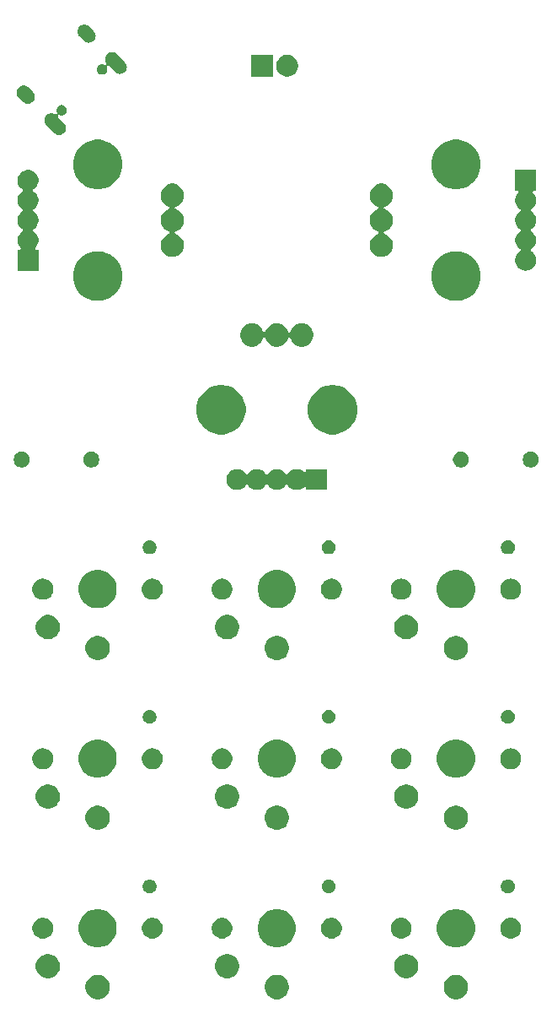
<source format=gts>
G04 #@! TF.GenerationSoftware,KiCad,Pcbnew,5.0.2-bee76a0~70~ubuntu18.04.1*
G04 #@! TF.CreationDate,2019-12-18T01:53:03+09:00*
G04 #@! TF.ProjectId,ts9,7473392e-6b69-4636-9164-5f7063625858,rev?*
G04 #@! TF.SameCoordinates,Original*
G04 #@! TF.FileFunction,Soldermask,Top*
G04 #@! TF.FilePolarity,Negative*
%FSLAX46Y46*%
G04 Gerber Fmt 4.6, Leading zero omitted, Abs format (unit mm)*
G04 Created by KiCad (PCBNEW 5.0.2-bee76a0~70~ubuntu18.04.1) date 2019年12月18日 01時53分03秒*
%MOMM*%
%LPD*%
G01*
G04 APERTURE LIST*
%ADD10C,0.100000*%
G04 APERTURE END LIST*
D10*
G36*
X37429692Y-142155729D02*
X37650993Y-142247395D01*
X37850158Y-142380473D01*
X38019527Y-142549842D01*
X38152605Y-142749007D01*
X38244271Y-142970308D01*
X38291000Y-143205233D01*
X38291000Y-143444767D01*
X38244271Y-143679692D01*
X38152605Y-143900993D01*
X38019527Y-144100158D01*
X37850158Y-144269527D01*
X37650993Y-144402605D01*
X37429692Y-144494271D01*
X37194767Y-144541000D01*
X36955233Y-144541000D01*
X36720308Y-144494271D01*
X36499007Y-144402605D01*
X36299842Y-144269527D01*
X36130473Y-144100158D01*
X35997395Y-143900993D01*
X35905729Y-143679692D01*
X35859000Y-143444767D01*
X35859000Y-143205233D01*
X35905729Y-142970308D01*
X35997395Y-142749007D01*
X36130473Y-142549842D01*
X36299842Y-142380473D01*
X36499007Y-142247395D01*
X36720308Y-142155729D01*
X36955233Y-142109000D01*
X37194767Y-142109000D01*
X37429692Y-142155729D01*
X37429692Y-142155729D01*
G37*
G36*
X73429692Y-142155729D02*
X73650993Y-142247395D01*
X73850158Y-142380473D01*
X74019527Y-142549842D01*
X74152605Y-142749007D01*
X74244271Y-142970308D01*
X74291000Y-143205233D01*
X74291000Y-143444767D01*
X74244271Y-143679692D01*
X74152605Y-143900993D01*
X74019527Y-144100158D01*
X73850158Y-144269527D01*
X73650993Y-144402605D01*
X73429692Y-144494271D01*
X73194767Y-144541000D01*
X72955233Y-144541000D01*
X72720308Y-144494271D01*
X72499007Y-144402605D01*
X72299842Y-144269527D01*
X72130473Y-144100158D01*
X71997395Y-143900993D01*
X71905729Y-143679692D01*
X71859000Y-143444767D01*
X71859000Y-143205233D01*
X71905729Y-142970308D01*
X71997395Y-142749007D01*
X72130473Y-142549842D01*
X72299842Y-142380473D01*
X72499007Y-142247395D01*
X72720308Y-142155729D01*
X72955233Y-142109000D01*
X73194767Y-142109000D01*
X73429692Y-142155729D01*
X73429692Y-142155729D01*
G37*
G36*
X55429692Y-142155729D02*
X55650993Y-142247395D01*
X55850158Y-142380473D01*
X56019527Y-142549842D01*
X56152605Y-142749007D01*
X56244271Y-142970308D01*
X56291000Y-143205233D01*
X56291000Y-143444767D01*
X56244271Y-143679692D01*
X56152605Y-143900993D01*
X56019527Y-144100158D01*
X55850158Y-144269527D01*
X55650993Y-144402605D01*
X55429692Y-144494271D01*
X55194767Y-144541000D01*
X54955233Y-144541000D01*
X54720308Y-144494271D01*
X54499007Y-144402605D01*
X54299842Y-144269527D01*
X54130473Y-144100158D01*
X53997395Y-143900993D01*
X53905729Y-143679692D01*
X53859000Y-143444767D01*
X53859000Y-143205233D01*
X53905729Y-142970308D01*
X53997395Y-142749007D01*
X54130473Y-142549842D01*
X54299842Y-142380473D01*
X54499007Y-142247395D01*
X54720308Y-142155729D01*
X54955233Y-142109000D01*
X55194767Y-142109000D01*
X55429692Y-142155729D01*
X55429692Y-142155729D01*
G37*
G36*
X50429692Y-140055729D02*
X50650993Y-140147395D01*
X50850158Y-140280473D01*
X51019527Y-140449842D01*
X51152605Y-140649007D01*
X51244271Y-140870308D01*
X51291000Y-141105233D01*
X51291000Y-141344767D01*
X51244271Y-141579692D01*
X51152605Y-141800993D01*
X51019527Y-142000158D01*
X50850158Y-142169527D01*
X50650993Y-142302605D01*
X50429692Y-142394271D01*
X50194767Y-142441000D01*
X49955233Y-142441000D01*
X49720308Y-142394271D01*
X49499007Y-142302605D01*
X49299842Y-142169527D01*
X49130473Y-142000158D01*
X48997395Y-141800993D01*
X48905729Y-141579692D01*
X48859000Y-141344767D01*
X48859000Y-141105233D01*
X48905729Y-140870308D01*
X48997395Y-140649007D01*
X49130473Y-140449842D01*
X49299842Y-140280473D01*
X49499007Y-140147395D01*
X49720308Y-140055729D01*
X49955233Y-140009000D01*
X50194767Y-140009000D01*
X50429692Y-140055729D01*
X50429692Y-140055729D01*
G37*
G36*
X68429692Y-140055729D02*
X68650993Y-140147395D01*
X68850158Y-140280473D01*
X69019527Y-140449842D01*
X69152605Y-140649007D01*
X69244271Y-140870308D01*
X69291000Y-141105233D01*
X69291000Y-141344767D01*
X69244271Y-141579692D01*
X69152605Y-141800993D01*
X69019527Y-142000158D01*
X68850158Y-142169527D01*
X68650993Y-142302605D01*
X68429692Y-142394271D01*
X68194767Y-142441000D01*
X67955233Y-142441000D01*
X67720308Y-142394271D01*
X67499007Y-142302605D01*
X67299842Y-142169527D01*
X67130473Y-142000158D01*
X66997395Y-141800993D01*
X66905729Y-141579692D01*
X66859000Y-141344767D01*
X66859000Y-141105233D01*
X66905729Y-140870308D01*
X66997395Y-140649007D01*
X67130473Y-140449842D01*
X67299842Y-140280473D01*
X67499007Y-140147395D01*
X67720308Y-140055729D01*
X67955233Y-140009000D01*
X68194767Y-140009000D01*
X68429692Y-140055729D01*
X68429692Y-140055729D01*
G37*
G36*
X32429692Y-140055729D02*
X32650993Y-140147395D01*
X32850158Y-140280473D01*
X33019527Y-140449842D01*
X33152605Y-140649007D01*
X33244271Y-140870308D01*
X33291000Y-141105233D01*
X33291000Y-141344767D01*
X33244271Y-141579692D01*
X33152605Y-141800993D01*
X33019527Y-142000158D01*
X32850158Y-142169527D01*
X32650993Y-142302605D01*
X32429692Y-142394271D01*
X32194767Y-142441000D01*
X31955233Y-142441000D01*
X31720308Y-142394271D01*
X31499007Y-142302605D01*
X31299842Y-142169527D01*
X31130473Y-142000158D01*
X30997395Y-141800993D01*
X30905729Y-141579692D01*
X30859000Y-141344767D01*
X30859000Y-141105233D01*
X30905729Y-140870308D01*
X30997395Y-140649007D01*
X31130473Y-140449842D01*
X31299842Y-140280473D01*
X31499007Y-140147395D01*
X31720308Y-140055729D01*
X31955233Y-140009000D01*
X32194767Y-140009000D01*
X32429692Y-140055729D01*
X32429692Y-140055729D01*
G37*
G36*
X73633436Y-135584073D02*
X73633438Y-135584074D01*
X73633439Y-135584074D01*
X73981856Y-135728393D01*
X74295425Y-135937913D01*
X74562087Y-136204575D01*
X74771607Y-136518144D01*
X74915927Y-136866564D01*
X74989500Y-137236437D01*
X74989500Y-137613563D01*
X74915927Y-137983436D01*
X74771607Y-138331856D01*
X74562087Y-138645425D01*
X74295425Y-138912087D01*
X74295422Y-138912089D01*
X73981856Y-139121607D01*
X73633439Y-139265926D01*
X73633438Y-139265926D01*
X73633436Y-139265927D01*
X73263563Y-139339500D01*
X72886437Y-139339500D01*
X72516564Y-139265927D01*
X72516562Y-139265926D01*
X72516561Y-139265926D01*
X72168144Y-139121607D01*
X71854578Y-138912089D01*
X71854575Y-138912087D01*
X71587913Y-138645425D01*
X71378393Y-138331856D01*
X71234073Y-137983436D01*
X71160500Y-137613563D01*
X71160500Y-137236437D01*
X71234073Y-136866564D01*
X71378393Y-136518144D01*
X71587913Y-136204575D01*
X71854575Y-135937913D01*
X72168144Y-135728393D01*
X72516561Y-135584074D01*
X72516562Y-135584074D01*
X72516564Y-135584073D01*
X72886437Y-135510500D01*
X73263563Y-135510500D01*
X73633436Y-135584073D01*
X73633436Y-135584073D01*
G37*
G36*
X55633436Y-135584073D02*
X55633438Y-135584074D01*
X55633439Y-135584074D01*
X55981856Y-135728393D01*
X56295425Y-135937913D01*
X56562087Y-136204575D01*
X56771607Y-136518144D01*
X56915927Y-136866564D01*
X56989500Y-137236437D01*
X56989500Y-137613563D01*
X56915927Y-137983436D01*
X56771607Y-138331856D01*
X56562087Y-138645425D01*
X56295425Y-138912087D01*
X56295422Y-138912089D01*
X55981856Y-139121607D01*
X55633439Y-139265926D01*
X55633438Y-139265926D01*
X55633436Y-139265927D01*
X55263563Y-139339500D01*
X54886437Y-139339500D01*
X54516564Y-139265927D01*
X54516562Y-139265926D01*
X54516561Y-139265926D01*
X54168144Y-139121607D01*
X53854578Y-138912089D01*
X53854575Y-138912087D01*
X53587913Y-138645425D01*
X53378393Y-138331856D01*
X53234073Y-137983436D01*
X53160500Y-137613563D01*
X53160500Y-137236437D01*
X53234073Y-136866564D01*
X53378393Y-136518144D01*
X53587913Y-136204575D01*
X53854575Y-135937913D01*
X54168144Y-135728393D01*
X54516561Y-135584074D01*
X54516562Y-135584074D01*
X54516564Y-135584073D01*
X54886437Y-135510500D01*
X55263563Y-135510500D01*
X55633436Y-135584073D01*
X55633436Y-135584073D01*
G37*
G36*
X37633436Y-135584073D02*
X37633438Y-135584074D01*
X37633439Y-135584074D01*
X37981856Y-135728393D01*
X38295425Y-135937913D01*
X38562087Y-136204575D01*
X38771607Y-136518144D01*
X38915927Y-136866564D01*
X38989500Y-137236437D01*
X38989500Y-137613563D01*
X38915927Y-137983436D01*
X38771607Y-138331856D01*
X38562087Y-138645425D01*
X38295425Y-138912087D01*
X38295422Y-138912089D01*
X37981856Y-139121607D01*
X37633439Y-139265926D01*
X37633438Y-139265926D01*
X37633436Y-139265927D01*
X37263563Y-139339500D01*
X36886437Y-139339500D01*
X36516564Y-139265927D01*
X36516562Y-139265926D01*
X36516561Y-139265926D01*
X36168144Y-139121607D01*
X35854578Y-138912089D01*
X35854575Y-138912087D01*
X35587913Y-138645425D01*
X35378393Y-138331856D01*
X35234073Y-137983436D01*
X35160500Y-137613563D01*
X35160500Y-137236437D01*
X35234073Y-136866564D01*
X35378393Y-136518144D01*
X35587913Y-136204575D01*
X35854575Y-135937913D01*
X36168144Y-135728393D01*
X36516561Y-135584074D01*
X36516562Y-135584074D01*
X36516564Y-135584073D01*
X36886437Y-135510500D01*
X37263563Y-135510500D01*
X37633436Y-135584073D01*
X37633436Y-135584073D01*
G37*
G36*
X78780020Y-136394292D02*
X78881536Y-136414485D01*
X79072788Y-136493704D01*
X79243749Y-136607937D01*
X79244913Y-136608715D01*
X79391285Y-136755087D01*
X79391287Y-136755090D01*
X79506296Y-136927212D01*
X79585515Y-137118464D01*
X79625900Y-137321495D01*
X79625900Y-137528505D01*
X79585515Y-137731536D01*
X79506296Y-137922788D01*
X79465772Y-137983436D01*
X79391285Y-138094913D01*
X79244913Y-138241285D01*
X79244910Y-138241287D01*
X79072788Y-138356296D01*
X78881536Y-138435515D01*
X78780021Y-138455707D01*
X78678506Y-138475900D01*
X78471494Y-138475900D01*
X78369979Y-138455707D01*
X78268464Y-138435515D01*
X78077212Y-138356296D01*
X77905090Y-138241287D01*
X77905087Y-138241285D01*
X77758715Y-138094913D01*
X77684228Y-137983436D01*
X77643704Y-137922788D01*
X77564485Y-137731536D01*
X77524100Y-137528505D01*
X77524100Y-137321495D01*
X77564485Y-137118464D01*
X77643704Y-136927212D01*
X77758713Y-136755090D01*
X77758715Y-136755087D01*
X77905087Y-136608715D01*
X77906251Y-136607937D01*
X78077212Y-136493704D01*
X78268464Y-136414485D01*
X78369980Y-136394292D01*
X78471494Y-136374100D01*
X78678506Y-136374100D01*
X78780020Y-136394292D01*
X78780020Y-136394292D01*
G37*
G36*
X42780020Y-136394292D02*
X42881536Y-136414485D01*
X43072788Y-136493704D01*
X43243749Y-136607937D01*
X43244913Y-136608715D01*
X43391285Y-136755087D01*
X43391287Y-136755090D01*
X43506296Y-136927212D01*
X43585515Y-137118464D01*
X43625900Y-137321495D01*
X43625900Y-137528505D01*
X43585515Y-137731536D01*
X43506296Y-137922788D01*
X43465772Y-137983436D01*
X43391285Y-138094913D01*
X43244913Y-138241285D01*
X43244910Y-138241287D01*
X43072788Y-138356296D01*
X42881536Y-138435515D01*
X42780021Y-138455707D01*
X42678506Y-138475900D01*
X42471494Y-138475900D01*
X42369979Y-138455707D01*
X42268464Y-138435515D01*
X42077212Y-138356296D01*
X41905090Y-138241287D01*
X41905087Y-138241285D01*
X41758715Y-138094913D01*
X41684228Y-137983436D01*
X41643704Y-137922788D01*
X41564485Y-137731536D01*
X41524100Y-137528505D01*
X41524100Y-137321495D01*
X41564485Y-137118464D01*
X41643704Y-136927212D01*
X41758713Y-136755090D01*
X41758715Y-136755087D01*
X41905087Y-136608715D01*
X41906251Y-136607937D01*
X42077212Y-136493704D01*
X42268464Y-136414485D01*
X42369980Y-136394292D01*
X42471494Y-136374100D01*
X42678506Y-136374100D01*
X42780020Y-136394292D01*
X42780020Y-136394292D01*
G37*
G36*
X31780020Y-136394292D02*
X31881536Y-136414485D01*
X32072788Y-136493704D01*
X32243749Y-136607937D01*
X32244913Y-136608715D01*
X32391285Y-136755087D01*
X32391287Y-136755090D01*
X32506296Y-136927212D01*
X32585515Y-137118464D01*
X32625900Y-137321495D01*
X32625900Y-137528505D01*
X32585515Y-137731536D01*
X32506296Y-137922788D01*
X32465772Y-137983436D01*
X32391285Y-138094913D01*
X32244913Y-138241285D01*
X32244910Y-138241287D01*
X32072788Y-138356296D01*
X31881536Y-138435515D01*
X31780021Y-138455707D01*
X31678506Y-138475900D01*
X31471494Y-138475900D01*
X31369979Y-138455707D01*
X31268464Y-138435515D01*
X31077212Y-138356296D01*
X30905090Y-138241287D01*
X30905087Y-138241285D01*
X30758715Y-138094913D01*
X30684228Y-137983436D01*
X30643704Y-137922788D01*
X30564485Y-137731536D01*
X30524100Y-137528505D01*
X30524100Y-137321495D01*
X30564485Y-137118464D01*
X30643704Y-136927212D01*
X30758713Y-136755090D01*
X30758715Y-136755087D01*
X30905087Y-136608715D01*
X30906251Y-136607937D01*
X31077212Y-136493704D01*
X31268464Y-136414485D01*
X31369980Y-136394292D01*
X31471494Y-136374100D01*
X31678506Y-136374100D01*
X31780020Y-136394292D01*
X31780020Y-136394292D01*
G37*
G36*
X49780020Y-136394292D02*
X49881536Y-136414485D01*
X50072788Y-136493704D01*
X50243749Y-136607937D01*
X50244913Y-136608715D01*
X50391285Y-136755087D01*
X50391287Y-136755090D01*
X50506296Y-136927212D01*
X50585515Y-137118464D01*
X50625900Y-137321495D01*
X50625900Y-137528505D01*
X50585515Y-137731536D01*
X50506296Y-137922788D01*
X50465772Y-137983436D01*
X50391285Y-138094913D01*
X50244913Y-138241285D01*
X50244910Y-138241287D01*
X50072788Y-138356296D01*
X49881536Y-138435515D01*
X49780021Y-138455707D01*
X49678506Y-138475900D01*
X49471494Y-138475900D01*
X49369979Y-138455707D01*
X49268464Y-138435515D01*
X49077212Y-138356296D01*
X48905090Y-138241287D01*
X48905087Y-138241285D01*
X48758715Y-138094913D01*
X48684228Y-137983436D01*
X48643704Y-137922788D01*
X48564485Y-137731536D01*
X48524100Y-137528505D01*
X48524100Y-137321495D01*
X48564485Y-137118464D01*
X48643704Y-136927212D01*
X48758713Y-136755090D01*
X48758715Y-136755087D01*
X48905087Y-136608715D01*
X48906251Y-136607937D01*
X49077212Y-136493704D01*
X49268464Y-136414485D01*
X49369980Y-136394292D01*
X49471494Y-136374100D01*
X49678506Y-136374100D01*
X49780020Y-136394292D01*
X49780020Y-136394292D01*
G37*
G36*
X60780020Y-136394292D02*
X60881536Y-136414485D01*
X61072788Y-136493704D01*
X61243749Y-136607937D01*
X61244913Y-136608715D01*
X61391285Y-136755087D01*
X61391287Y-136755090D01*
X61506296Y-136927212D01*
X61585515Y-137118464D01*
X61625900Y-137321495D01*
X61625900Y-137528505D01*
X61585515Y-137731536D01*
X61506296Y-137922788D01*
X61465772Y-137983436D01*
X61391285Y-138094913D01*
X61244913Y-138241285D01*
X61244910Y-138241287D01*
X61072788Y-138356296D01*
X60881536Y-138435515D01*
X60780021Y-138455707D01*
X60678506Y-138475900D01*
X60471494Y-138475900D01*
X60369979Y-138455707D01*
X60268464Y-138435515D01*
X60077212Y-138356296D01*
X59905090Y-138241287D01*
X59905087Y-138241285D01*
X59758715Y-138094913D01*
X59684228Y-137983436D01*
X59643704Y-137922788D01*
X59564485Y-137731536D01*
X59524100Y-137528505D01*
X59524100Y-137321495D01*
X59564485Y-137118464D01*
X59643704Y-136927212D01*
X59758713Y-136755090D01*
X59758715Y-136755087D01*
X59905087Y-136608715D01*
X59906251Y-136607937D01*
X60077212Y-136493704D01*
X60268464Y-136414485D01*
X60369980Y-136394292D01*
X60471494Y-136374100D01*
X60678506Y-136374100D01*
X60780020Y-136394292D01*
X60780020Y-136394292D01*
G37*
G36*
X67780020Y-136394292D02*
X67881536Y-136414485D01*
X68072788Y-136493704D01*
X68243749Y-136607937D01*
X68244913Y-136608715D01*
X68391285Y-136755087D01*
X68391287Y-136755090D01*
X68506296Y-136927212D01*
X68585515Y-137118464D01*
X68625900Y-137321495D01*
X68625900Y-137528505D01*
X68585515Y-137731536D01*
X68506296Y-137922788D01*
X68465772Y-137983436D01*
X68391285Y-138094913D01*
X68244913Y-138241285D01*
X68244910Y-138241287D01*
X68072788Y-138356296D01*
X67881536Y-138435515D01*
X67780021Y-138455707D01*
X67678506Y-138475900D01*
X67471494Y-138475900D01*
X67369979Y-138455707D01*
X67268464Y-138435515D01*
X67077212Y-138356296D01*
X66905090Y-138241287D01*
X66905087Y-138241285D01*
X66758715Y-138094913D01*
X66684228Y-137983436D01*
X66643704Y-137922788D01*
X66564485Y-137731536D01*
X66524100Y-137528505D01*
X66524100Y-137321495D01*
X66564485Y-137118464D01*
X66643704Y-136927212D01*
X66758713Y-136755090D01*
X66758715Y-136755087D01*
X66905087Y-136608715D01*
X66906251Y-136607937D01*
X67077212Y-136493704D01*
X67268464Y-136414485D01*
X67369980Y-136394292D01*
X67471494Y-136374100D01*
X67678506Y-136374100D01*
X67780020Y-136394292D01*
X67780020Y-136394292D01*
G37*
G36*
X60408258Y-132538607D02*
X60497811Y-132556420D01*
X60624348Y-132608833D01*
X60624349Y-132608834D01*
X60738231Y-132684927D01*
X60835073Y-132781769D01*
X60835075Y-132781772D01*
X60911167Y-132895652D01*
X60963580Y-133022189D01*
X60990300Y-133156519D01*
X60990300Y-133293481D01*
X60963580Y-133427811D01*
X60911167Y-133554348D01*
X60911166Y-133554349D01*
X60835073Y-133668231D01*
X60738231Y-133765073D01*
X60738228Y-133765075D01*
X60624348Y-133841167D01*
X60497811Y-133893580D01*
X60408258Y-133911393D01*
X60363482Y-133920300D01*
X60226518Y-133920300D01*
X60181742Y-133911393D01*
X60092189Y-133893580D01*
X59965652Y-133841167D01*
X59851772Y-133765075D01*
X59851769Y-133765073D01*
X59754927Y-133668231D01*
X59678834Y-133554349D01*
X59678833Y-133554348D01*
X59626420Y-133427811D01*
X59599700Y-133293481D01*
X59599700Y-133156519D01*
X59626420Y-133022189D01*
X59678833Y-132895652D01*
X59754925Y-132781772D01*
X59754927Y-132781769D01*
X59851769Y-132684927D01*
X59965651Y-132608834D01*
X59965652Y-132608833D01*
X60092189Y-132556420D01*
X60181742Y-132538607D01*
X60226518Y-132529700D01*
X60363482Y-132529700D01*
X60408258Y-132538607D01*
X60408258Y-132538607D01*
G37*
G36*
X42408258Y-132538607D02*
X42497811Y-132556420D01*
X42624348Y-132608833D01*
X42624349Y-132608834D01*
X42738231Y-132684927D01*
X42835073Y-132781769D01*
X42835075Y-132781772D01*
X42911167Y-132895652D01*
X42963580Y-133022189D01*
X42990300Y-133156519D01*
X42990300Y-133293481D01*
X42963580Y-133427811D01*
X42911167Y-133554348D01*
X42911166Y-133554349D01*
X42835073Y-133668231D01*
X42738231Y-133765073D01*
X42738228Y-133765075D01*
X42624348Y-133841167D01*
X42497811Y-133893580D01*
X42408258Y-133911393D01*
X42363482Y-133920300D01*
X42226518Y-133920300D01*
X42181742Y-133911393D01*
X42092189Y-133893580D01*
X41965652Y-133841167D01*
X41851772Y-133765075D01*
X41851769Y-133765073D01*
X41754927Y-133668231D01*
X41678834Y-133554349D01*
X41678833Y-133554348D01*
X41626420Y-133427811D01*
X41599700Y-133293481D01*
X41599700Y-133156519D01*
X41626420Y-133022189D01*
X41678833Y-132895652D01*
X41754925Y-132781772D01*
X41754927Y-132781769D01*
X41851769Y-132684927D01*
X41965651Y-132608834D01*
X41965652Y-132608833D01*
X42092189Y-132556420D01*
X42181742Y-132538607D01*
X42226518Y-132529700D01*
X42363482Y-132529700D01*
X42408258Y-132538607D01*
X42408258Y-132538607D01*
G37*
G36*
X78408258Y-132538607D02*
X78497811Y-132556420D01*
X78624348Y-132608833D01*
X78624349Y-132608834D01*
X78738231Y-132684927D01*
X78835073Y-132781769D01*
X78835075Y-132781772D01*
X78911167Y-132895652D01*
X78963580Y-133022189D01*
X78990300Y-133156519D01*
X78990300Y-133293481D01*
X78963580Y-133427811D01*
X78911167Y-133554348D01*
X78911166Y-133554349D01*
X78835073Y-133668231D01*
X78738231Y-133765073D01*
X78738228Y-133765075D01*
X78624348Y-133841167D01*
X78497811Y-133893580D01*
X78408258Y-133911393D01*
X78363482Y-133920300D01*
X78226518Y-133920300D01*
X78181742Y-133911393D01*
X78092189Y-133893580D01*
X77965652Y-133841167D01*
X77851772Y-133765075D01*
X77851769Y-133765073D01*
X77754927Y-133668231D01*
X77678834Y-133554349D01*
X77678833Y-133554348D01*
X77626420Y-133427811D01*
X77599700Y-133293481D01*
X77599700Y-133156519D01*
X77626420Y-133022189D01*
X77678833Y-132895652D01*
X77754925Y-132781772D01*
X77754927Y-132781769D01*
X77851769Y-132684927D01*
X77965651Y-132608834D01*
X77965652Y-132608833D01*
X78092189Y-132556420D01*
X78181742Y-132538607D01*
X78226518Y-132529700D01*
X78363482Y-132529700D01*
X78408258Y-132538607D01*
X78408258Y-132538607D01*
G37*
G36*
X55429692Y-125155729D02*
X55650993Y-125247395D01*
X55850158Y-125380473D01*
X56019527Y-125549842D01*
X56152605Y-125749007D01*
X56244271Y-125970308D01*
X56291000Y-126205233D01*
X56291000Y-126444767D01*
X56244271Y-126679692D01*
X56152605Y-126900993D01*
X56019527Y-127100158D01*
X55850158Y-127269527D01*
X55650993Y-127402605D01*
X55429692Y-127494271D01*
X55194767Y-127541000D01*
X54955233Y-127541000D01*
X54720308Y-127494271D01*
X54499007Y-127402605D01*
X54299842Y-127269527D01*
X54130473Y-127100158D01*
X53997395Y-126900993D01*
X53905729Y-126679692D01*
X53859000Y-126444767D01*
X53859000Y-126205233D01*
X53905729Y-125970308D01*
X53997395Y-125749007D01*
X54130473Y-125549842D01*
X54299842Y-125380473D01*
X54499007Y-125247395D01*
X54720308Y-125155729D01*
X54955233Y-125109000D01*
X55194767Y-125109000D01*
X55429692Y-125155729D01*
X55429692Y-125155729D01*
G37*
G36*
X37429692Y-125155729D02*
X37650993Y-125247395D01*
X37850158Y-125380473D01*
X38019527Y-125549842D01*
X38152605Y-125749007D01*
X38244271Y-125970308D01*
X38291000Y-126205233D01*
X38291000Y-126444767D01*
X38244271Y-126679692D01*
X38152605Y-126900993D01*
X38019527Y-127100158D01*
X37850158Y-127269527D01*
X37650993Y-127402605D01*
X37429692Y-127494271D01*
X37194767Y-127541000D01*
X36955233Y-127541000D01*
X36720308Y-127494271D01*
X36499007Y-127402605D01*
X36299842Y-127269527D01*
X36130473Y-127100158D01*
X35997395Y-126900993D01*
X35905729Y-126679692D01*
X35859000Y-126444767D01*
X35859000Y-126205233D01*
X35905729Y-125970308D01*
X35997395Y-125749007D01*
X36130473Y-125549842D01*
X36299842Y-125380473D01*
X36499007Y-125247395D01*
X36720308Y-125155729D01*
X36955233Y-125109000D01*
X37194767Y-125109000D01*
X37429692Y-125155729D01*
X37429692Y-125155729D01*
G37*
G36*
X73429692Y-125155729D02*
X73650993Y-125247395D01*
X73850158Y-125380473D01*
X74019527Y-125549842D01*
X74152605Y-125749007D01*
X74244271Y-125970308D01*
X74291000Y-126205233D01*
X74291000Y-126444767D01*
X74244271Y-126679692D01*
X74152605Y-126900993D01*
X74019527Y-127100158D01*
X73850158Y-127269527D01*
X73650993Y-127402605D01*
X73429692Y-127494271D01*
X73194767Y-127541000D01*
X72955233Y-127541000D01*
X72720308Y-127494271D01*
X72499007Y-127402605D01*
X72299842Y-127269527D01*
X72130473Y-127100158D01*
X71997395Y-126900993D01*
X71905729Y-126679692D01*
X71859000Y-126444767D01*
X71859000Y-126205233D01*
X71905729Y-125970308D01*
X71997395Y-125749007D01*
X72130473Y-125549842D01*
X72299842Y-125380473D01*
X72499007Y-125247395D01*
X72720308Y-125155729D01*
X72955233Y-125109000D01*
X73194767Y-125109000D01*
X73429692Y-125155729D01*
X73429692Y-125155729D01*
G37*
G36*
X68429692Y-123055729D02*
X68650993Y-123147395D01*
X68850158Y-123280473D01*
X69019527Y-123449842D01*
X69152605Y-123649007D01*
X69244271Y-123870308D01*
X69291000Y-124105233D01*
X69291000Y-124344767D01*
X69244271Y-124579692D01*
X69152605Y-124800993D01*
X69019527Y-125000158D01*
X68850158Y-125169527D01*
X68650993Y-125302605D01*
X68429692Y-125394271D01*
X68194767Y-125441000D01*
X67955233Y-125441000D01*
X67720308Y-125394271D01*
X67499007Y-125302605D01*
X67299842Y-125169527D01*
X67130473Y-125000158D01*
X66997395Y-124800993D01*
X66905729Y-124579692D01*
X66859000Y-124344767D01*
X66859000Y-124105233D01*
X66905729Y-123870308D01*
X66997395Y-123649007D01*
X67130473Y-123449842D01*
X67299842Y-123280473D01*
X67499007Y-123147395D01*
X67720308Y-123055729D01*
X67955233Y-123009000D01*
X68194767Y-123009000D01*
X68429692Y-123055729D01*
X68429692Y-123055729D01*
G37*
G36*
X50429692Y-123055729D02*
X50650993Y-123147395D01*
X50850158Y-123280473D01*
X51019527Y-123449842D01*
X51152605Y-123649007D01*
X51244271Y-123870308D01*
X51291000Y-124105233D01*
X51291000Y-124344767D01*
X51244271Y-124579692D01*
X51152605Y-124800993D01*
X51019527Y-125000158D01*
X50850158Y-125169527D01*
X50650993Y-125302605D01*
X50429692Y-125394271D01*
X50194767Y-125441000D01*
X49955233Y-125441000D01*
X49720308Y-125394271D01*
X49499007Y-125302605D01*
X49299842Y-125169527D01*
X49130473Y-125000158D01*
X48997395Y-124800993D01*
X48905729Y-124579692D01*
X48859000Y-124344767D01*
X48859000Y-124105233D01*
X48905729Y-123870308D01*
X48997395Y-123649007D01*
X49130473Y-123449842D01*
X49299842Y-123280473D01*
X49499007Y-123147395D01*
X49720308Y-123055729D01*
X49955233Y-123009000D01*
X50194767Y-123009000D01*
X50429692Y-123055729D01*
X50429692Y-123055729D01*
G37*
G36*
X32429692Y-123055729D02*
X32650993Y-123147395D01*
X32850158Y-123280473D01*
X33019527Y-123449842D01*
X33152605Y-123649007D01*
X33244271Y-123870308D01*
X33291000Y-124105233D01*
X33291000Y-124344767D01*
X33244271Y-124579692D01*
X33152605Y-124800993D01*
X33019527Y-125000158D01*
X32850158Y-125169527D01*
X32650993Y-125302605D01*
X32429692Y-125394271D01*
X32194767Y-125441000D01*
X31955233Y-125441000D01*
X31720308Y-125394271D01*
X31499007Y-125302605D01*
X31299842Y-125169527D01*
X31130473Y-125000158D01*
X30997395Y-124800993D01*
X30905729Y-124579692D01*
X30859000Y-124344767D01*
X30859000Y-124105233D01*
X30905729Y-123870308D01*
X30997395Y-123649007D01*
X31130473Y-123449842D01*
X31299842Y-123280473D01*
X31499007Y-123147395D01*
X31720308Y-123055729D01*
X31955233Y-123009000D01*
X32194767Y-123009000D01*
X32429692Y-123055729D01*
X32429692Y-123055729D01*
G37*
G36*
X73633436Y-118584073D02*
X73633438Y-118584074D01*
X73633439Y-118584074D01*
X73981856Y-118728393D01*
X74295425Y-118937913D01*
X74562087Y-119204575D01*
X74771607Y-119518144D01*
X74915927Y-119866564D01*
X74989500Y-120236437D01*
X74989500Y-120613563D01*
X74915927Y-120983436D01*
X74771607Y-121331856D01*
X74562087Y-121645425D01*
X74295425Y-121912087D01*
X74295422Y-121912089D01*
X73981856Y-122121607D01*
X73633439Y-122265926D01*
X73633438Y-122265926D01*
X73633436Y-122265927D01*
X73263563Y-122339500D01*
X72886437Y-122339500D01*
X72516564Y-122265927D01*
X72516562Y-122265926D01*
X72516561Y-122265926D01*
X72168144Y-122121607D01*
X71854578Y-121912089D01*
X71854575Y-121912087D01*
X71587913Y-121645425D01*
X71378393Y-121331856D01*
X71234073Y-120983436D01*
X71160500Y-120613563D01*
X71160500Y-120236437D01*
X71234073Y-119866564D01*
X71378393Y-119518144D01*
X71587913Y-119204575D01*
X71854575Y-118937913D01*
X72168144Y-118728393D01*
X72516561Y-118584074D01*
X72516562Y-118584074D01*
X72516564Y-118584073D01*
X72886437Y-118510500D01*
X73263563Y-118510500D01*
X73633436Y-118584073D01*
X73633436Y-118584073D01*
G37*
G36*
X37633436Y-118584073D02*
X37633438Y-118584074D01*
X37633439Y-118584074D01*
X37981856Y-118728393D01*
X38295425Y-118937913D01*
X38562087Y-119204575D01*
X38771607Y-119518144D01*
X38915927Y-119866564D01*
X38989500Y-120236437D01*
X38989500Y-120613563D01*
X38915927Y-120983436D01*
X38771607Y-121331856D01*
X38562087Y-121645425D01*
X38295425Y-121912087D01*
X38295422Y-121912089D01*
X37981856Y-122121607D01*
X37633439Y-122265926D01*
X37633438Y-122265926D01*
X37633436Y-122265927D01*
X37263563Y-122339500D01*
X36886437Y-122339500D01*
X36516564Y-122265927D01*
X36516562Y-122265926D01*
X36516561Y-122265926D01*
X36168144Y-122121607D01*
X35854578Y-121912089D01*
X35854575Y-121912087D01*
X35587913Y-121645425D01*
X35378393Y-121331856D01*
X35234073Y-120983436D01*
X35160500Y-120613563D01*
X35160500Y-120236437D01*
X35234073Y-119866564D01*
X35378393Y-119518144D01*
X35587913Y-119204575D01*
X35854575Y-118937913D01*
X36168144Y-118728393D01*
X36516561Y-118584074D01*
X36516562Y-118584074D01*
X36516564Y-118584073D01*
X36886437Y-118510500D01*
X37263563Y-118510500D01*
X37633436Y-118584073D01*
X37633436Y-118584073D01*
G37*
G36*
X55633436Y-118584073D02*
X55633438Y-118584074D01*
X55633439Y-118584074D01*
X55981856Y-118728393D01*
X56295425Y-118937913D01*
X56562087Y-119204575D01*
X56771607Y-119518144D01*
X56915927Y-119866564D01*
X56989500Y-120236437D01*
X56989500Y-120613563D01*
X56915927Y-120983436D01*
X56771607Y-121331856D01*
X56562087Y-121645425D01*
X56295425Y-121912087D01*
X56295422Y-121912089D01*
X55981856Y-122121607D01*
X55633439Y-122265926D01*
X55633438Y-122265926D01*
X55633436Y-122265927D01*
X55263563Y-122339500D01*
X54886437Y-122339500D01*
X54516564Y-122265927D01*
X54516562Y-122265926D01*
X54516561Y-122265926D01*
X54168144Y-122121607D01*
X53854578Y-121912089D01*
X53854575Y-121912087D01*
X53587913Y-121645425D01*
X53378393Y-121331856D01*
X53234073Y-120983436D01*
X53160500Y-120613563D01*
X53160500Y-120236437D01*
X53234073Y-119866564D01*
X53378393Y-119518144D01*
X53587913Y-119204575D01*
X53854575Y-118937913D01*
X54168144Y-118728393D01*
X54516561Y-118584074D01*
X54516562Y-118584074D01*
X54516564Y-118584073D01*
X54886437Y-118510500D01*
X55263563Y-118510500D01*
X55633436Y-118584073D01*
X55633436Y-118584073D01*
G37*
G36*
X31780021Y-119394293D02*
X31881536Y-119414485D01*
X32072788Y-119493704D01*
X32243749Y-119607937D01*
X32244913Y-119608715D01*
X32391285Y-119755087D01*
X32391287Y-119755090D01*
X32506296Y-119927212D01*
X32585515Y-120118464D01*
X32625900Y-120321495D01*
X32625900Y-120528505D01*
X32585515Y-120731536D01*
X32506296Y-120922788D01*
X32465772Y-120983436D01*
X32391285Y-121094913D01*
X32244913Y-121241285D01*
X32244910Y-121241287D01*
X32072788Y-121356296D01*
X31881536Y-121435515D01*
X31780020Y-121455708D01*
X31678506Y-121475900D01*
X31471494Y-121475900D01*
X31369980Y-121455708D01*
X31268464Y-121435515D01*
X31077212Y-121356296D01*
X30905090Y-121241287D01*
X30905087Y-121241285D01*
X30758715Y-121094913D01*
X30684228Y-120983436D01*
X30643704Y-120922788D01*
X30564485Y-120731536D01*
X30524100Y-120528505D01*
X30524100Y-120321495D01*
X30564485Y-120118464D01*
X30643704Y-119927212D01*
X30758713Y-119755090D01*
X30758715Y-119755087D01*
X30905087Y-119608715D01*
X30906251Y-119607937D01*
X31077212Y-119493704D01*
X31268464Y-119414485D01*
X31369979Y-119394293D01*
X31471494Y-119374100D01*
X31678506Y-119374100D01*
X31780021Y-119394293D01*
X31780021Y-119394293D01*
G37*
G36*
X67780021Y-119394293D02*
X67881536Y-119414485D01*
X68072788Y-119493704D01*
X68243749Y-119607937D01*
X68244913Y-119608715D01*
X68391285Y-119755087D01*
X68391287Y-119755090D01*
X68506296Y-119927212D01*
X68585515Y-120118464D01*
X68625900Y-120321495D01*
X68625900Y-120528505D01*
X68585515Y-120731536D01*
X68506296Y-120922788D01*
X68465772Y-120983436D01*
X68391285Y-121094913D01*
X68244913Y-121241285D01*
X68244910Y-121241287D01*
X68072788Y-121356296D01*
X67881536Y-121435515D01*
X67780020Y-121455708D01*
X67678506Y-121475900D01*
X67471494Y-121475900D01*
X67369980Y-121455708D01*
X67268464Y-121435515D01*
X67077212Y-121356296D01*
X66905090Y-121241287D01*
X66905087Y-121241285D01*
X66758715Y-121094913D01*
X66684228Y-120983436D01*
X66643704Y-120922788D01*
X66564485Y-120731536D01*
X66524100Y-120528505D01*
X66524100Y-120321495D01*
X66564485Y-120118464D01*
X66643704Y-119927212D01*
X66758713Y-119755090D01*
X66758715Y-119755087D01*
X66905087Y-119608715D01*
X66906251Y-119607937D01*
X67077212Y-119493704D01*
X67268464Y-119414485D01*
X67369979Y-119394293D01*
X67471494Y-119374100D01*
X67678506Y-119374100D01*
X67780021Y-119394293D01*
X67780021Y-119394293D01*
G37*
G36*
X42780021Y-119394293D02*
X42881536Y-119414485D01*
X43072788Y-119493704D01*
X43243749Y-119607937D01*
X43244913Y-119608715D01*
X43391285Y-119755087D01*
X43391287Y-119755090D01*
X43506296Y-119927212D01*
X43585515Y-120118464D01*
X43625900Y-120321495D01*
X43625900Y-120528505D01*
X43585515Y-120731536D01*
X43506296Y-120922788D01*
X43465772Y-120983436D01*
X43391285Y-121094913D01*
X43244913Y-121241285D01*
X43244910Y-121241287D01*
X43072788Y-121356296D01*
X42881536Y-121435515D01*
X42780020Y-121455708D01*
X42678506Y-121475900D01*
X42471494Y-121475900D01*
X42369980Y-121455708D01*
X42268464Y-121435515D01*
X42077212Y-121356296D01*
X41905090Y-121241287D01*
X41905087Y-121241285D01*
X41758715Y-121094913D01*
X41684228Y-120983436D01*
X41643704Y-120922788D01*
X41564485Y-120731536D01*
X41524100Y-120528505D01*
X41524100Y-120321495D01*
X41564485Y-120118464D01*
X41643704Y-119927212D01*
X41758713Y-119755090D01*
X41758715Y-119755087D01*
X41905087Y-119608715D01*
X41906251Y-119607937D01*
X42077212Y-119493704D01*
X42268464Y-119414485D01*
X42369979Y-119394293D01*
X42471494Y-119374100D01*
X42678506Y-119374100D01*
X42780021Y-119394293D01*
X42780021Y-119394293D01*
G37*
G36*
X60780021Y-119394293D02*
X60881536Y-119414485D01*
X61072788Y-119493704D01*
X61243749Y-119607937D01*
X61244913Y-119608715D01*
X61391285Y-119755087D01*
X61391287Y-119755090D01*
X61506296Y-119927212D01*
X61585515Y-120118464D01*
X61625900Y-120321495D01*
X61625900Y-120528505D01*
X61585515Y-120731536D01*
X61506296Y-120922788D01*
X61465772Y-120983436D01*
X61391285Y-121094913D01*
X61244913Y-121241285D01*
X61244910Y-121241287D01*
X61072788Y-121356296D01*
X60881536Y-121435515D01*
X60780020Y-121455708D01*
X60678506Y-121475900D01*
X60471494Y-121475900D01*
X60369980Y-121455708D01*
X60268464Y-121435515D01*
X60077212Y-121356296D01*
X59905090Y-121241287D01*
X59905087Y-121241285D01*
X59758715Y-121094913D01*
X59684228Y-120983436D01*
X59643704Y-120922788D01*
X59564485Y-120731536D01*
X59524100Y-120528505D01*
X59524100Y-120321495D01*
X59564485Y-120118464D01*
X59643704Y-119927212D01*
X59758713Y-119755090D01*
X59758715Y-119755087D01*
X59905087Y-119608715D01*
X59906251Y-119607937D01*
X60077212Y-119493704D01*
X60268464Y-119414485D01*
X60369979Y-119394293D01*
X60471494Y-119374100D01*
X60678506Y-119374100D01*
X60780021Y-119394293D01*
X60780021Y-119394293D01*
G37*
G36*
X49780021Y-119394293D02*
X49881536Y-119414485D01*
X50072788Y-119493704D01*
X50243749Y-119607937D01*
X50244913Y-119608715D01*
X50391285Y-119755087D01*
X50391287Y-119755090D01*
X50506296Y-119927212D01*
X50585515Y-120118464D01*
X50625900Y-120321495D01*
X50625900Y-120528505D01*
X50585515Y-120731536D01*
X50506296Y-120922788D01*
X50465772Y-120983436D01*
X50391285Y-121094913D01*
X50244913Y-121241285D01*
X50244910Y-121241287D01*
X50072788Y-121356296D01*
X49881536Y-121435515D01*
X49780020Y-121455708D01*
X49678506Y-121475900D01*
X49471494Y-121475900D01*
X49369980Y-121455708D01*
X49268464Y-121435515D01*
X49077212Y-121356296D01*
X48905090Y-121241287D01*
X48905087Y-121241285D01*
X48758715Y-121094913D01*
X48684228Y-120983436D01*
X48643704Y-120922788D01*
X48564485Y-120731536D01*
X48524100Y-120528505D01*
X48524100Y-120321495D01*
X48564485Y-120118464D01*
X48643704Y-119927212D01*
X48758713Y-119755090D01*
X48758715Y-119755087D01*
X48905087Y-119608715D01*
X48906251Y-119607937D01*
X49077212Y-119493704D01*
X49268464Y-119414485D01*
X49369979Y-119394293D01*
X49471494Y-119374100D01*
X49678506Y-119374100D01*
X49780021Y-119394293D01*
X49780021Y-119394293D01*
G37*
G36*
X78780021Y-119394293D02*
X78881536Y-119414485D01*
X79072788Y-119493704D01*
X79243749Y-119607937D01*
X79244913Y-119608715D01*
X79391285Y-119755087D01*
X79391287Y-119755090D01*
X79506296Y-119927212D01*
X79585515Y-120118464D01*
X79625900Y-120321495D01*
X79625900Y-120528505D01*
X79585515Y-120731536D01*
X79506296Y-120922788D01*
X79465772Y-120983436D01*
X79391285Y-121094913D01*
X79244913Y-121241285D01*
X79244910Y-121241287D01*
X79072788Y-121356296D01*
X78881536Y-121435515D01*
X78780020Y-121455708D01*
X78678506Y-121475900D01*
X78471494Y-121475900D01*
X78369980Y-121455708D01*
X78268464Y-121435515D01*
X78077212Y-121356296D01*
X77905090Y-121241287D01*
X77905087Y-121241285D01*
X77758715Y-121094913D01*
X77684228Y-120983436D01*
X77643704Y-120922788D01*
X77564485Y-120731536D01*
X77524100Y-120528505D01*
X77524100Y-120321495D01*
X77564485Y-120118464D01*
X77643704Y-119927212D01*
X77758713Y-119755090D01*
X77758715Y-119755087D01*
X77905087Y-119608715D01*
X77906251Y-119607937D01*
X78077212Y-119493704D01*
X78268464Y-119414485D01*
X78369979Y-119394293D01*
X78471494Y-119374100D01*
X78678506Y-119374100D01*
X78780021Y-119394293D01*
X78780021Y-119394293D01*
G37*
G36*
X42408258Y-115538607D02*
X42497811Y-115556420D01*
X42624348Y-115608833D01*
X42624349Y-115608834D01*
X42738231Y-115684927D01*
X42835073Y-115781769D01*
X42835075Y-115781772D01*
X42911167Y-115895652D01*
X42963580Y-116022189D01*
X42990300Y-116156519D01*
X42990300Y-116293481D01*
X42963580Y-116427811D01*
X42911167Y-116554348D01*
X42911166Y-116554349D01*
X42835073Y-116668231D01*
X42738231Y-116765073D01*
X42738228Y-116765075D01*
X42624348Y-116841167D01*
X42497811Y-116893580D01*
X42408258Y-116911393D01*
X42363482Y-116920300D01*
X42226518Y-116920300D01*
X42181742Y-116911393D01*
X42092189Y-116893580D01*
X41965652Y-116841167D01*
X41851772Y-116765075D01*
X41851769Y-116765073D01*
X41754927Y-116668231D01*
X41678834Y-116554349D01*
X41678833Y-116554348D01*
X41626420Y-116427811D01*
X41599700Y-116293481D01*
X41599700Y-116156519D01*
X41626420Y-116022189D01*
X41678833Y-115895652D01*
X41754925Y-115781772D01*
X41754927Y-115781769D01*
X41851769Y-115684927D01*
X41965651Y-115608834D01*
X41965652Y-115608833D01*
X42092189Y-115556420D01*
X42181742Y-115538607D01*
X42226518Y-115529700D01*
X42363482Y-115529700D01*
X42408258Y-115538607D01*
X42408258Y-115538607D01*
G37*
G36*
X60408258Y-115538607D02*
X60497811Y-115556420D01*
X60624348Y-115608833D01*
X60624349Y-115608834D01*
X60738231Y-115684927D01*
X60835073Y-115781769D01*
X60835075Y-115781772D01*
X60911167Y-115895652D01*
X60963580Y-116022189D01*
X60990300Y-116156519D01*
X60990300Y-116293481D01*
X60963580Y-116427811D01*
X60911167Y-116554348D01*
X60911166Y-116554349D01*
X60835073Y-116668231D01*
X60738231Y-116765073D01*
X60738228Y-116765075D01*
X60624348Y-116841167D01*
X60497811Y-116893580D01*
X60408258Y-116911393D01*
X60363482Y-116920300D01*
X60226518Y-116920300D01*
X60181742Y-116911393D01*
X60092189Y-116893580D01*
X59965652Y-116841167D01*
X59851772Y-116765075D01*
X59851769Y-116765073D01*
X59754927Y-116668231D01*
X59678834Y-116554349D01*
X59678833Y-116554348D01*
X59626420Y-116427811D01*
X59599700Y-116293481D01*
X59599700Y-116156519D01*
X59626420Y-116022189D01*
X59678833Y-115895652D01*
X59754925Y-115781772D01*
X59754927Y-115781769D01*
X59851769Y-115684927D01*
X59965651Y-115608834D01*
X59965652Y-115608833D01*
X60092189Y-115556420D01*
X60181742Y-115538607D01*
X60226518Y-115529700D01*
X60363482Y-115529700D01*
X60408258Y-115538607D01*
X60408258Y-115538607D01*
G37*
G36*
X78408258Y-115538607D02*
X78497811Y-115556420D01*
X78624348Y-115608833D01*
X78624349Y-115608834D01*
X78738231Y-115684927D01*
X78835073Y-115781769D01*
X78835075Y-115781772D01*
X78911167Y-115895652D01*
X78963580Y-116022189D01*
X78990300Y-116156519D01*
X78990300Y-116293481D01*
X78963580Y-116427811D01*
X78911167Y-116554348D01*
X78911166Y-116554349D01*
X78835073Y-116668231D01*
X78738231Y-116765073D01*
X78738228Y-116765075D01*
X78624348Y-116841167D01*
X78497811Y-116893580D01*
X78408258Y-116911393D01*
X78363482Y-116920300D01*
X78226518Y-116920300D01*
X78181742Y-116911393D01*
X78092189Y-116893580D01*
X77965652Y-116841167D01*
X77851772Y-116765075D01*
X77851769Y-116765073D01*
X77754927Y-116668231D01*
X77678834Y-116554349D01*
X77678833Y-116554348D01*
X77626420Y-116427811D01*
X77599700Y-116293481D01*
X77599700Y-116156519D01*
X77626420Y-116022189D01*
X77678833Y-115895652D01*
X77754925Y-115781772D01*
X77754927Y-115781769D01*
X77851769Y-115684927D01*
X77965651Y-115608834D01*
X77965652Y-115608833D01*
X78092189Y-115556420D01*
X78181742Y-115538607D01*
X78226518Y-115529700D01*
X78363482Y-115529700D01*
X78408258Y-115538607D01*
X78408258Y-115538607D01*
G37*
G36*
X55429692Y-108155729D02*
X55650993Y-108247395D01*
X55850158Y-108380473D01*
X56019527Y-108549842D01*
X56152605Y-108749007D01*
X56244271Y-108970308D01*
X56291000Y-109205233D01*
X56291000Y-109444767D01*
X56244271Y-109679692D01*
X56152605Y-109900993D01*
X56019527Y-110100158D01*
X55850158Y-110269527D01*
X55650993Y-110402605D01*
X55429692Y-110494271D01*
X55194767Y-110541000D01*
X54955233Y-110541000D01*
X54720308Y-110494271D01*
X54499007Y-110402605D01*
X54299842Y-110269527D01*
X54130473Y-110100158D01*
X53997395Y-109900993D01*
X53905729Y-109679692D01*
X53859000Y-109444767D01*
X53859000Y-109205233D01*
X53905729Y-108970308D01*
X53997395Y-108749007D01*
X54130473Y-108549842D01*
X54299842Y-108380473D01*
X54499007Y-108247395D01*
X54720308Y-108155729D01*
X54955233Y-108109000D01*
X55194767Y-108109000D01*
X55429692Y-108155729D01*
X55429692Y-108155729D01*
G37*
G36*
X73429692Y-108155729D02*
X73650993Y-108247395D01*
X73850158Y-108380473D01*
X74019527Y-108549842D01*
X74152605Y-108749007D01*
X74244271Y-108970308D01*
X74291000Y-109205233D01*
X74291000Y-109444767D01*
X74244271Y-109679692D01*
X74152605Y-109900993D01*
X74019527Y-110100158D01*
X73850158Y-110269527D01*
X73650993Y-110402605D01*
X73429692Y-110494271D01*
X73194767Y-110541000D01*
X72955233Y-110541000D01*
X72720308Y-110494271D01*
X72499007Y-110402605D01*
X72299842Y-110269527D01*
X72130473Y-110100158D01*
X71997395Y-109900993D01*
X71905729Y-109679692D01*
X71859000Y-109444767D01*
X71859000Y-109205233D01*
X71905729Y-108970308D01*
X71997395Y-108749007D01*
X72130473Y-108549842D01*
X72299842Y-108380473D01*
X72499007Y-108247395D01*
X72720308Y-108155729D01*
X72955233Y-108109000D01*
X73194767Y-108109000D01*
X73429692Y-108155729D01*
X73429692Y-108155729D01*
G37*
G36*
X37429692Y-108155729D02*
X37650993Y-108247395D01*
X37850158Y-108380473D01*
X38019527Y-108549842D01*
X38152605Y-108749007D01*
X38244271Y-108970308D01*
X38291000Y-109205233D01*
X38291000Y-109444767D01*
X38244271Y-109679692D01*
X38152605Y-109900993D01*
X38019527Y-110100158D01*
X37850158Y-110269527D01*
X37650993Y-110402605D01*
X37429692Y-110494271D01*
X37194767Y-110541000D01*
X36955233Y-110541000D01*
X36720308Y-110494271D01*
X36499007Y-110402605D01*
X36299842Y-110269527D01*
X36130473Y-110100158D01*
X35997395Y-109900993D01*
X35905729Y-109679692D01*
X35859000Y-109444767D01*
X35859000Y-109205233D01*
X35905729Y-108970308D01*
X35997395Y-108749007D01*
X36130473Y-108549842D01*
X36299842Y-108380473D01*
X36499007Y-108247395D01*
X36720308Y-108155729D01*
X36955233Y-108109000D01*
X37194767Y-108109000D01*
X37429692Y-108155729D01*
X37429692Y-108155729D01*
G37*
G36*
X50429692Y-106055729D02*
X50650993Y-106147395D01*
X50850158Y-106280473D01*
X51019527Y-106449842D01*
X51152605Y-106649007D01*
X51244271Y-106870308D01*
X51291000Y-107105233D01*
X51291000Y-107344767D01*
X51244271Y-107579692D01*
X51152605Y-107800993D01*
X51019527Y-108000158D01*
X50850158Y-108169527D01*
X50650993Y-108302605D01*
X50429692Y-108394271D01*
X50194767Y-108441000D01*
X49955233Y-108441000D01*
X49720308Y-108394271D01*
X49499007Y-108302605D01*
X49299842Y-108169527D01*
X49130473Y-108000158D01*
X48997395Y-107800993D01*
X48905729Y-107579692D01*
X48859000Y-107344767D01*
X48859000Y-107105233D01*
X48905729Y-106870308D01*
X48997395Y-106649007D01*
X49130473Y-106449842D01*
X49299842Y-106280473D01*
X49499007Y-106147395D01*
X49720308Y-106055729D01*
X49955233Y-106009000D01*
X50194767Y-106009000D01*
X50429692Y-106055729D01*
X50429692Y-106055729D01*
G37*
G36*
X68429692Y-106055729D02*
X68650993Y-106147395D01*
X68850158Y-106280473D01*
X69019527Y-106449842D01*
X69152605Y-106649007D01*
X69244271Y-106870308D01*
X69291000Y-107105233D01*
X69291000Y-107344767D01*
X69244271Y-107579692D01*
X69152605Y-107800993D01*
X69019527Y-108000158D01*
X68850158Y-108169527D01*
X68650993Y-108302605D01*
X68429692Y-108394271D01*
X68194767Y-108441000D01*
X67955233Y-108441000D01*
X67720308Y-108394271D01*
X67499007Y-108302605D01*
X67299842Y-108169527D01*
X67130473Y-108000158D01*
X66997395Y-107800993D01*
X66905729Y-107579692D01*
X66859000Y-107344767D01*
X66859000Y-107105233D01*
X66905729Y-106870308D01*
X66997395Y-106649007D01*
X67130473Y-106449842D01*
X67299842Y-106280473D01*
X67499007Y-106147395D01*
X67720308Y-106055729D01*
X67955233Y-106009000D01*
X68194767Y-106009000D01*
X68429692Y-106055729D01*
X68429692Y-106055729D01*
G37*
G36*
X32429692Y-106055729D02*
X32650993Y-106147395D01*
X32850158Y-106280473D01*
X33019527Y-106449842D01*
X33152605Y-106649007D01*
X33244271Y-106870308D01*
X33291000Y-107105233D01*
X33291000Y-107344767D01*
X33244271Y-107579692D01*
X33152605Y-107800993D01*
X33019527Y-108000158D01*
X32850158Y-108169527D01*
X32650993Y-108302605D01*
X32429692Y-108394271D01*
X32194767Y-108441000D01*
X31955233Y-108441000D01*
X31720308Y-108394271D01*
X31499007Y-108302605D01*
X31299842Y-108169527D01*
X31130473Y-108000158D01*
X30997395Y-107800993D01*
X30905729Y-107579692D01*
X30859000Y-107344767D01*
X30859000Y-107105233D01*
X30905729Y-106870308D01*
X30997395Y-106649007D01*
X31130473Y-106449842D01*
X31299842Y-106280473D01*
X31499007Y-106147395D01*
X31720308Y-106055729D01*
X31955233Y-106009000D01*
X32194767Y-106009000D01*
X32429692Y-106055729D01*
X32429692Y-106055729D01*
G37*
G36*
X37633436Y-101584073D02*
X37633438Y-101584074D01*
X37633439Y-101584074D01*
X37981856Y-101728393D01*
X38295425Y-101937913D01*
X38562087Y-102204575D01*
X38771607Y-102518144D01*
X38915927Y-102866564D01*
X38989500Y-103236437D01*
X38989500Y-103613563D01*
X38915927Y-103983436D01*
X38771607Y-104331856D01*
X38562087Y-104645425D01*
X38295425Y-104912087D01*
X38295422Y-104912089D01*
X37981856Y-105121607D01*
X37633439Y-105265926D01*
X37633438Y-105265926D01*
X37633436Y-105265927D01*
X37263563Y-105339500D01*
X36886437Y-105339500D01*
X36516564Y-105265927D01*
X36516562Y-105265926D01*
X36516561Y-105265926D01*
X36168144Y-105121607D01*
X35854578Y-104912089D01*
X35854575Y-104912087D01*
X35587913Y-104645425D01*
X35378393Y-104331856D01*
X35234073Y-103983436D01*
X35160500Y-103613563D01*
X35160500Y-103236437D01*
X35234073Y-102866564D01*
X35378393Y-102518144D01*
X35587913Y-102204575D01*
X35854575Y-101937913D01*
X36168144Y-101728393D01*
X36516561Y-101584074D01*
X36516562Y-101584074D01*
X36516564Y-101584073D01*
X36886437Y-101510500D01*
X37263563Y-101510500D01*
X37633436Y-101584073D01*
X37633436Y-101584073D01*
G37*
G36*
X55633436Y-101584073D02*
X55633438Y-101584074D01*
X55633439Y-101584074D01*
X55981856Y-101728393D01*
X56295425Y-101937913D01*
X56562087Y-102204575D01*
X56771607Y-102518144D01*
X56915927Y-102866564D01*
X56989500Y-103236437D01*
X56989500Y-103613563D01*
X56915927Y-103983436D01*
X56771607Y-104331856D01*
X56562087Y-104645425D01*
X56295425Y-104912087D01*
X56295422Y-104912089D01*
X55981856Y-105121607D01*
X55633439Y-105265926D01*
X55633438Y-105265926D01*
X55633436Y-105265927D01*
X55263563Y-105339500D01*
X54886437Y-105339500D01*
X54516564Y-105265927D01*
X54516562Y-105265926D01*
X54516561Y-105265926D01*
X54168144Y-105121607D01*
X53854578Y-104912089D01*
X53854575Y-104912087D01*
X53587913Y-104645425D01*
X53378393Y-104331856D01*
X53234073Y-103983436D01*
X53160500Y-103613563D01*
X53160500Y-103236437D01*
X53234073Y-102866564D01*
X53378393Y-102518144D01*
X53587913Y-102204575D01*
X53854575Y-101937913D01*
X54168144Y-101728393D01*
X54516561Y-101584074D01*
X54516562Y-101584074D01*
X54516564Y-101584073D01*
X54886437Y-101510500D01*
X55263563Y-101510500D01*
X55633436Y-101584073D01*
X55633436Y-101584073D01*
G37*
G36*
X73633436Y-101584073D02*
X73633438Y-101584074D01*
X73633439Y-101584074D01*
X73981856Y-101728393D01*
X74295425Y-101937913D01*
X74562087Y-102204575D01*
X74771607Y-102518144D01*
X74915927Y-102866564D01*
X74989500Y-103236437D01*
X74989500Y-103613563D01*
X74915927Y-103983436D01*
X74771607Y-104331856D01*
X74562087Y-104645425D01*
X74295425Y-104912087D01*
X74295422Y-104912089D01*
X73981856Y-105121607D01*
X73633439Y-105265926D01*
X73633438Y-105265926D01*
X73633436Y-105265927D01*
X73263563Y-105339500D01*
X72886437Y-105339500D01*
X72516564Y-105265927D01*
X72516562Y-105265926D01*
X72516561Y-105265926D01*
X72168144Y-105121607D01*
X71854578Y-104912089D01*
X71854575Y-104912087D01*
X71587913Y-104645425D01*
X71378393Y-104331856D01*
X71234073Y-103983436D01*
X71160500Y-103613563D01*
X71160500Y-103236437D01*
X71234073Y-102866564D01*
X71378393Y-102518144D01*
X71587913Y-102204575D01*
X71854575Y-101937913D01*
X72168144Y-101728393D01*
X72516561Y-101584074D01*
X72516562Y-101584074D01*
X72516564Y-101584073D01*
X72886437Y-101510500D01*
X73263563Y-101510500D01*
X73633436Y-101584073D01*
X73633436Y-101584073D01*
G37*
G36*
X78780021Y-102394293D02*
X78881536Y-102414485D01*
X79072788Y-102493704D01*
X79243749Y-102607937D01*
X79244913Y-102608715D01*
X79391285Y-102755087D01*
X79391287Y-102755090D01*
X79506296Y-102927212D01*
X79585515Y-103118464D01*
X79625900Y-103321495D01*
X79625900Y-103528505D01*
X79585515Y-103731536D01*
X79506296Y-103922788D01*
X79465772Y-103983436D01*
X79391285Y-104094913D01*
X79244913Y-104241285D01*
X79244910Y-104241287D01*
X79072788Y-104356296D01*
X78881536Y-104435515D01*
X78780021Y-104455707D01*
X78678506Y-104475900D01*
X78471494Y-104475900D01*
X78369979Y-104455707D01*
X78268464Y-104435515D01*
X78077212Y-104356296D01*
X77905090Y-104241287D01*
X77905087Y-104241285D01*
X77758715Y-104094913D01*
X77684228Y-103983436D01*
X77643704Y-103922788D01*
X77564485Y-103731536D01*
X77524100Y-103528505D01*
X77524100Y-103321495D01*
X77564485Y-103118464D01*
X77643704Y-102927212D01*
X77758713Y-102755090D01*
X77758715Y-102755087D01*
X77905087Y-102608715D01*
X77906251Y-102607937D01*
X78077212Y-102493704D01*
X78268464Y-102414485D01*
X78369979Y-102394293D01*
X78471494Y-102374100D01*
X78678506Y-102374100D01*
X78780021Y-102394293D01*
X78780021Y-102394293D01*
G37*
G36*
X67780021Y-102394293D02*
X67881536Y-102414485D01*
X68072788Y-102493704D01*
X68243749Y-102607937D01*
X68244913Y-102608715D01*
X68391285Y-102755087D01*
X68391287Y-102755090D01*
X68506296Y-102927212D01*
X68585515Y-103118464D01*
X68625900Y-103321495D01*
X68625900Y-103528505D01*
X68585515Y-103731536D01*
X68506296Y-103922788D01*
X68465772Y-103983436D01*
X68391285Y-104094913D01*
X68244913Y-104241285D01*
X68244910Y-104241287D01*
X68072788Y-104356296D01*
X67881536Y-104435515D01*
X67780021Y-104455707D01*
X67678506Y-104475900D01*
X67471494Y-104475900D01*
X67369979Y-104455707D01*
X67268464Y-104435515D01*
X67077212Y-104356296D01*
X66905090Y-104241287D01*
X66905087Y-104241285D01*
X66758715Y-104094913D01*
X66684228Y-103983436D01*
X66643704Y-103922788D01*
X66564485Y-103731536D01*
X66524100Y-103528505D01*
X66524100Y-103321495D01*
X66564485Y-103118464D01*
X66643704Y-102927212D01*
X66758713Y-102755090D01*
X66758715Y-102755087D01*
X66905087Y-102608715D01*
X66906251Y-102607937D01*
X67077212Y-102493704D01*
X67268464Y-102414485D01*
X67369979Y-102394293D01*
X67471494Y-102374100D01*
X67678506Y-102374100D01*
X67780021Y-102394293D01*
X67780021Y-102394293D01*
G37*
G36*
X49780021Y-102394293D02*
X49881536Y-102414485D01*
X50072788Y-102493704D01*
X50243749Y-102607937D01*
X50244913Y-102608715D01*
X50391285Y-102755087D01*
X50391287Y-102755090D01*
X50506296Y-102927212D01*
X50585515Y-103118464D01*
X50625900Y-103321495D01*
X50625900Y-103528505D01*
X50585515Y-103731536D01*
X50506296Y-103922788D01*
X50465772Y-103983436D01*
X50391285Y-104094913D01*
X50244913Y-104241285D01*
X50244910Y-104241287D01*
X50072788Y-104356296D01*
X49881536Y-104435515D01*
X49780021Y-104455707D01*
X49678506Y-104475900D01*
X49471494Y-104475900D01*
X49369979Y-104455707D01*
X49268464Y-104435515D01*
X49077212Y-104356296D01*
X48905090Y-104241287D01*
X48905087Y-104241285D01*
X48758715Y-104094913D01*
X48684228Y-103983436D01*
X48643704Y-103922788D01*
X48564485Y-103731536D01*
X48524100Y-103528505D01*
X48524100Y-103321495D01*
X48564485Y-103118464D01*
X48643704Y-102927212D01*
X48758713Y-102755090D01*
X48758715Y-102755087D01*
X48905087Y-102608715D01*
X48906251Y-102607937D01*
X49077212Y-102493704D01*
X49268464Y-102414485D01*
X49369979Y-102394293D01*
X49471494Y-102374100D01*
X49678506Y-102374100D01*
X49780021Y-102394293D01*
X49780021Y-102394293D01*
G37*
G36*
X42780021Y-102394293D02*
X42881536Y-102414485D01*
X43072788Y-102493704D01*
X43243749Y-102607937D01*
X43244913Y-102608715D01*
X43391285Y-102755087D01*
X43391287Y-102755090D01*
X43506296Y-102927212D01*
X43585515Y-103118464D01*
X43625900Y-103321495D01*
X43625900Y-103528505D01*
X43585515Y-103731536D01*
X43506296Y-103922788D01*
X43465772Y-103983436D01*
X43391285Y-104094913D01*
X43244913Y-104241285D01*
X43244910Y-104241287D01*
X43072788Y-104356296D01*
X42881536Y-104435515D01*
X42780021Y-104455707D01*
X42678506Y-104475900D01*
X42471494Y-104475900D01*
X42369979Y-104455707D01*
X42268464Y-104435515D01*
X42077212Y-104356296D01*
X41905090Y-104241287D01*
X41905087Y-104241285D01*
X41758715Y-104094913D01*
X41684228Y-103983436D01*
X41643704Y-103922788D01*
X41564485Y-103731536D01*
X41524100Y-103528505D01*
X41524100Y-103321495D01*
X41564485Y-103118464D01*
X41643704Y-102927212D01*
X41758713Y-102755090D01*
X41758715Y-102755087D01*
X41905087Y-102608715D01*
X41906251Y-102607937D01*
X42077212Y-102493704D01*
X42268464Y-102414485D01*
X42369979Y-102394293D01*
X42471494Y-102374100D01*
X42678506Y-102374100D01*
X42780021Y-102394293D01*
X42780021Y-102394293D01*
G37*
G36*
X60780021Y-102394293D02*
X60881536Y-102414485D01*
X61072788Y-102493704D01*
X61243749Y-102607937D01*
X61244913Y-102608715D01*
X61391285Y-102755087D01*
X61391287Y-102755090D01*
X61506296Y-102927212D01*
X61585515Y-103118464D01*
X61625900Y-103321495D01*
X61625900Y-103528505D01*
X61585515Y-103731536D01*
X61506296Y-103922788D01*
X61465772Y-103983436D01*
X61391285Y-104094913D01*
X61244913Y-104241285D01*
X61244910Y-104241287D01*
X61072788Y-104356296D01*
X60881536Y-104435515D01*
X60780021Y-104455707D01*
X60678506Y-104475900D01*
X60471494Y-104475900D01*
X60369979Y-104455707D01*
X60268464Y-104435515D01*
X60077212Y-104356296D01*
X59905090Y-104241287D01*
X59905087Y-104241285D01*
X59758715Y-104094913D01*
X59684228Y-103983436D01*
X59643704Y-103922788D01*
X59564485Y-103731536D01*
X59524100Y-103528505D01*
X59524100Y-103321495D01*
X59564485Y-103118464D01*
X59643704Y-102927212D01*
X59758713Y-102755090D01*
X59758715Y-102755087D01*
X59905087Y-102608715D01*
X59906251Y-102607937D01*
X60077212Y-102493704D01*
X60268464Y-102414485D01*
X60369979Y-102394293D01*
X60471494Y-102374100D01*
X60678506Y-102374100D01*
X60780021Y-102394293D01*
X60780021Y-102394293D01*
G37*
G36*
X31780021Y-102394293D02*
X31881536Y-102414485D01*
X32072788Y-102493704D01*
X32243749Y-102607937D01*
X32244913Y-102608715D01*
X32391285Y-102755087D01*
X32391287Y-102755090D01*
X32506296Y-102927212D01*
X32585515Y-103118464D01*
X32625900Y-103321495D01*
X32625900Y-103528505D01*
X32585515Y-103731536D01*
X32506296Y-103922788D01*
X32465772Y-103983436D01*
X32391285Y-104094913D01*
X32244913Y-104241285D01*
X32244910Y-104241287D01*
X32072788Y-104356296D01*
X31881536Y-104435515D01*
X31780021Y-104455707D01*
X31678506Y-104475900D01*
X31471494Y-104475900D01*
X31369979Y-104455707D01*
X31268464Y-104435515D01*
X31077212Y-104356296D01*
X30905090Y-104241287D01*
X30905087Y-104241285D01*
X30758715Y-104094913D01*
X30684228Y-103983436D01*
X30643704Y-103922788D01*
X30564485Y-103731536D01*
X30524100Y-103528505D01*
X30524100Y-103321495D01*
X30564485Y-103118464D01*
X30643704Y-102927212D01*
X30758713Y-102755090D01*
X30758715Y-102755087D01*
X30905087Y-102608715D01*
X30906251Y-102607937D01*
X31077212Y-102493704D01*
X31268464Y-102414485D01*
X31369979Y-102394293D01*
X31471494Y-102374100D01*
X31678506Y-102374100D01*
X31780021Y-102394293D01*
X31780021Y-102394293D01*
G37*
G36*
X78408258Y-98538607D02*
X78497811Y-98556420D01*
X78624348Y-98608833D01*
X78624349Y-98608834D01*
X78738231Y-98684927D01*
X78835073Y-98781769D01*
X78835075Y-98781772D01*
X78911167Y-98895652D01*
X78963580Y-99022189D01*
X78990300Y-99156519D01*
X78990300Y-99293481D01*
X78963580Y-99427811D01*
X78911167Y-99554348D01*
X78911166Y-99554349D01*
X78835073Y-99668231D01*
X78738231Y-99765073D01*
X78738228Y-99765075D01*
X78624348Y-99841167D01*
X78497811Y-99893580D01*
X78408258Y-99911393D01*
X78363482Y-99920300D01*
X78226518Y-99920300D01*
X78181742Y-99911393D01*
X78092189Y-99893580D01*
X77965652Y-99841167D01*
X77851772Y-99765075D01*
X77851769Y-99765073D01*
X77754927Y-99668231D01*
X77678834Y-99554349D01*
X77678833Y-99554348D01*
X77626420Y-99427811D01*
X77599700Y-99293481D01*
X77599700Y-99156519D01*
X77626420Y-99022189D01*
X77678833Y-98895652D01*
X77754925Y-98781772D01*
X77754927Y-98781769D01*
X77851769Y-98684927D01*
X77965651Y-98608834D01*
X77965652Y-98608833D01*
X78092189Y-98556420D01*
X78181742Y-98538607D01*
X78226518Y-98529700D01*
X78363482Y-98529700D01*
X78408258Y-98538607D01*
X78408258Y-98538607D01*
G37*
G36*
X42408258Y-98538607D02*
X42497811Y-98556420D01*
X42624348Y-98608833D01*
X42624349Y-98608834D01*
X42738231Y-98684927D01*
X42835073Y-98781769D01*
X42835075Y-98781772D01*
X42911167Y-98895652D01*
X42963580Y-99022189D01*
X42990300Y-99156519D01*
X42990300Y-99293481D01*
X42963580Y-99427811D01*
X42911167Y-99554348D01*
X42911166Y-99554349D01*
X42835073Y-99668231D01*
X42738231Y-99765073D01*
X42738228Y-99765075D01*
X42624348Y-99841167D01*
X42497811Y-99893580D01*
X42408258Y-99911393D01*
X42363482Y-99920300D01*
X42226518Y-99920300D01*
X42181742Y-99911393D01*
X42092189Y-99893580D01*
X41965652Y-99841167D01*
X41851772Y-99765075D01*
X41851769Y-99765073D01*
X41754927Y-99668231D01*
X41678834Y-99554349D01*
X41678833Y-99554348D01*
X41626420Y-99427811D01*
X41599700Y-99293481D01*
X41599700Y-99156519D01*
X41626420Y-99022189D01*
X41678833Y-98895652D01*
X41754925Y-98781772D01*
X41754927Y-98781769D01*
X41851769Y-98684927D01*
X41965651Y-98608834D01*
X41965652Y-98608833D01*
X42092189Y-98556420D01*
X42181742Y-98538607D01*
X42226518Y-98529700D01*
X42363482Y-98529700D01*
X42408258Y-98538607D01*
X42408258Y-98538607D01*
G37*
G36*
X60408258Y-98538607D02*
X60497811Y-98556420D01*
X60624348Y-98608833D01*
X60624349Y-98608834D01*
X60738231Y-98684927D01*
X60835073Y-98781769D01*
X60835075Y-98781772D01*
X60911167Y-98895652D01*
X60963580Y-99022189D01*
X60990300Y-99156519D01*
X60990300Y-99293481D01*
X60963580Y-99427811D01*
X60911167Y-99554348D01*
X60911166Y-99554349D01*
X60835073Y-99668231D01*
X60738231Y-99765073D01*
X60738228Y-99765075D01*
X60624348Y-99841167D01*
X60497811Y-99893580D01*
X60408258Y-99911393D01*
X60363482Y-99920300D01*
X60226518Y-99920300D01*
X60181742Y-99911393D01*
X60092189Y-99893580D01*
X59965652Y-99841167D01*
X59851772Y-99765075D01*
X59851769Y-99765073D01*
X59754927Y-99668231D01*
X59678834Y-99554349D01*
X59678833Y-99554348D01*
X59626420Y-99427811D01*
X59599700Y-99293481D01*
X59599700Y-99156519D01*
X59626420Y-99022189D01*
X59678833Y-98895652D01*
X59754925Y-98781772D01*
X59754927Y-98781769D01*
X59851769Y-98684927D01*
X59965651Y-98608834D01*
X59965652Y-98608833D01*
X60092189Y-98556420D01*
X60181742Y-98538607D01*
X60226518Y-98529700D01*
X60363482Y-98529700D01*
X60408258Y-98538607D01*
X60408258Y-98538607D01*
G37*
G36*
X51200888Y-91379470D02*
X51381274Y-91415350D01*
X51572362Y-91494502D01*
X51744336Y-91609411D01*
X51890589Y-91755664D01*
X51971071Y-91876114D01*
X51986612Y-91895050D01*
X52005554Y-91910596D01*
X52027164Y-91922147D01*
X52050614Y-91929260D01*
X52075000Y-91931662D01*
X52099386Y-91929260D01*
X52122835Y-91922147D01*
X52144446Y-91910596D01*
X52163388Y-91895050D01*
X52178929Y-91876114D01*
X52259411Y-91755664D01*
X52405664Y-91609411D01*
X52577638Y-91494502D01*
X52768726Y-91415350D01*
X52949112Y-91379470D01*
X52971583Y-91375000D01*
X53178417Y-91375000D01*
X53200888Y-91379470D01*
X53381274Y-91415350D01*
X53572362Y-91494502D01*
X53744336Y-91609411D01*
X53890589Y-91755664D01*
X53971071Y-91876114D01*
X53986612Y-91895050D01*
X54005554Y-91910596D01*
X54027164Y-91922147D01*
X54050614Y-91929260D01*
X54075000Y-91931662D01*
X54099386Y-91929260D01*
X54122835Y-91922147D01*
X54144446Y-91910596D01*
X54163388Y-91895050D01*
X54178929Y-91876114D01*
X54259411Y-91755664D01*
X54405664Y-91609411D01*
X54577638Y-91494502D01*
X54768726Y-91415350D01*
X54949112Y-91379470D01*
X54971583Y-91375000D01*
X55178417Y-91375000D01*
X55200888Y-91379470D01*
X55381274Y-91415350D01*
X55572362Y-91494502D01*
X55744336Y-91609411D01*
X55890589Y-91755664D01*
X55971071Y-91876114D01*
X55986612Y-91895050D01*
X56005554Y-91910596D01*
X56027164Y-91922147D01*
X56050614Y-91929260D01*
X56075000Y-91931662D01*
X56099386Y-91929260D01*
X56122835Y-91922147D01*
X56144446Y-91910596D01*
X56163388Y-91895050D01*
X56178929Y-91876114D01*
X56259411Y-91755664D01*
X56405664Y-91609411D01*
X56577638Y-91494502D01*
X56768726Y-91415350D01*
X56949112Y-91379470D01*
X56971583Y-91375000D01*
X57178417Y-91375000D01*
X57200888Y-91379470D01*
X57381274Y-91415350D01*
X57572362Y-91494502D01*
X57744336Y-91609411D01*
X57811612Y-91676687D01*
X57830554Y-91692233D01*
X57852165Y-91703784D01*
X57875614Y-91710897D01*
X57900000Y-91713299D01*
X57924386Y-91710897D01*
X57947835Y-91703784D01*
X57969446Y-91692233D01*
X57988388Y-91676687D01*
X58003934Y-91657745D01*
X58015485Y-91636134D01*
X58022598Y-91612685D01*
X58025000Y-91588299D01*
X58025000Y-91375000D01*
X60125000Y-91375000D01*
X60125000Y-93475000D01*
X58025000Y-93475000D01*
X58025000Y-93261701D01*
X58022598Y-93237315D01*
X58015485Y-93213866D01*
X58003934Y-93192255D01*
X57988388Y-93173313D01*
X57969446Y-93157767D01*
X57947835Y-93146216D01*
X57924386Y-93139103D01*
X57900000Y-93136701D01*
X57875614Y-93139103D01*
X57852165Y-93146216D01*
X57830554Y-93157767D01*
X57811612Y-93173313D01*
X57744336Y-93240589D01*
X57572362Y-93355498D01*
X57381274Y-93434650D01*
X57200888Y-93470530D01*
X57178417Y-93475000D01*
X56971583Y-93475000D01*
X56949112Y-93470530D01*
X56768726Y-93434650D01*
X56577638Y-93355498D01*
X56405664Y-93240589D01*
X56259411Y-93094336D01*
X56178929Y-92973886D01*
X56163388Y-92954950D01*
X56144446Y-92939404D01*
X56122836Y-92927853D01*
X56099386Y-92920740D01*
X56075000Y-92918338D01*
X56050614Y-92920740D01*
X56027165Y-92927853D01*
X56005554Y-92939404D01*
X55986612Y-92954950D01*
X55971071Y-92973886D01*
X55890589Y-93094336D01*
X55744336Y-93240589D01*
X55572362Y-93355498D01*
X55381274Y-93434650D01*
X55200888Y-93470530D01*
X55178417Y-93475000D01*
X54971583Y-93475000D01*
X54949112Y-93470530D01*
X54768726Y-93434650D01*
X54577638Y-93355498D01*
X54405664Y-93240589D01*
X54259411Y-93094336D01*
X54178929Y-92973886D01*
X54163388Y-92954950D01*
X54144446Y-92939404D01*
X54122836Y-92927853D01*
X54099386Y-92920740D01*
X54075000Y-92918338D01*
X54050614Y-92920740D01*
X54027165Y-92927853D01*
X54005554Y-92939404D01*
X53986612Y-92954950D01*
X53971071Y-92973886D01*
X53890589Y-93094336D01*
X53744336Y-93240589D01*
X53572362Y-93355498D01*
X53381274Y-93434650D01*
X53200888Y-93470530D01*
X53178417Y-93475000D01*
X52971583Y-93475000D01*
X52949112Y-93470530D01*
X52768726Y-93434650D01*
X52577638Y-93355498D01*
X52405664Y-93240589D01*
X52259411Y-93094336D01*
X52178929Y-92973886D01*
X52163388Y-92954950D01*
X52144446Y-92939404D01*
X52122836Y-92927853D01*
X52099386Y-92920740D01*
X52075000Y-92918338D01*
X52050614Y-92920740D01*
X52027165Y-92927853D01*
X52005554Y-92939404D01*
X51986612Y-92954950D01*
X51971071Y-92973886D01*
X51890589Y-93094336D01*
X51744336Y-93240589D01*
X51572362Y-93355498D01*
X51381274Y-93434650D01*
X51200888Y-93470530D01*
X51178417Y-93475000D01*
X50971583Y-93475000D01*
X50949112Y-93470530D01*
X50768726Y-93434650D01*
X50577638Y-93355498D01*
X50405664Y-93240589D01*
X50259411Y-93094336D01*
X50144502Y-92922362D01*
X50065350Y-92731274D01*
X50025000Y-92528416D01*
X50025000Y-92321584D01*
X50065350Y-92118726D01*
X50144502Y-91927638D01*
X50259411Y-91755664D01*
X50405664Y-91609411D01*
X50577638Y-91494502D01*
X50768726Y-91415350D01*
X50949112Y-91379470D01*
X50971583Y-91375000D01*
X51178417Y-91375000D01*
X51200888Y-91379470D01*
X51200888Y-91379470D01*
G37*
G36*
X73808352Y-89655743D02*
X73953941Y-89716048D01*
X74084973Y-89803601D01*
X74196399Y-89915027D01*
X74283952Y-90046059D01*
X74344257Y-90191648D01*
X74375000Y-90346205D01*
X74375000Y-90503795D01*
X74344257Y-90658352D01*
X74283952Y-90803941D01*
X74196399Y-90934973D01*
X74084973Y-91046399D01*
X73953941Y-91133952D01*
X73808352Y-91194257D01*
X73653795Y-91225000D01*
X73496205Y-91225000D01*
X73341648Y-91194257D01*
X73196059Y-91133952D01*
X73065027Y-91046399D01*
X72953601Y-90934973D01*
X72866048Y-90803941D01*
X72805743Y-90658352D01*
X72775000Y-90503795D01*
X72775000Y-90346205D01*
X72805743Y-90191648D01*
X72866048Y-90046059D01*
X72953601Y-89915027D01*
X73065027Y-89803601D01*
X73196059Y-89716048D01*
X73341648Y-89655743D01*
X73496205Y-89625000D01*
X73653795Y-89625000D01*
X73808352Y-89655743D01*
X73808352Y-89655743D01*
G37*
G36*
X36673352Y-89655743D02*
X36818941Y-89716048D01*
X36949973Y-89803601D01*
X37061399Y-89915027D01*
X37148952Y-90046059D01*
X37209257Y-90191648D01*
X37240000Y-90346205D01*
X37240000Y-90503795D01*
X37209257Y-90658352D01*
X37148952Y-90803941D01*
X37061399Y-90934973D01*
X36949973Y-91046399D01*
X36818941Y-91133952D01*
X36673352Y-91194257D01*
X36518795Y-91225000D01*
X36361205Y-91225000D01*
X36206648Y-91194257D01*
X36061059Y-91133952D01*
X35930027Y-91046399D01*
X35818601Y-90934973D01*
X35731048Y-90803941D01*
X35670743Y-90658352D01*
X35640000Y-90503795D01*
X35640000Y-90346205D01*
X35670743Y-90191648D01*
X35731048Y-90046059D01*
X35818601Y-89915027D01*
X35930027Y-89803601D01*
X36061059Y-89716048D01*
X36206648Y-89655743D01*
X36361205Y-89625000D01*
X36518795Y-89625000D01*
X36673352Y-89655743D01*
X36673352Y-89655743D01*
G37*
G36*
X29673352Y-89655743D02*
X29818941Y-89716048D01*
X29949973Y-89803601D01*
X30061399Y-89915027D01*
X30148952Y-90046059D01*
X30209257Y-90191648D01*
X30240000Y-90346205D01*
X30240000Y-90503795D01*
X30209257Y-90658352D01*
X30148952Y-90803941D01*
X30061399Y-90934973D01*
X29949973Y-91046399D01*
X29818941Y-91133952D01*
X29673352Y-91194257D01*
X29518795Y-91225000D01*
X29361205Y-91225000D01*
X29206648Y-91194257D01*
X29061059Y-91133952D01*
X28930027Y-91046399D01*
X28818601Y-90934973D01*
X28731048Y-90803941D01*
X28670743Y-90658352D01*
X28640000Y-90503795D01*
X28640000Y-90346205D01*
X28670743Y-90191648D01*
X28731048Y-90046059D01*
X28818601Y-89915027D01*
X28930027Y-89803601D01*
X29061059Y-89716048D01*
X29206648Y-89655743D01*
X29361205Y-89625000D01*
X29518795Y-89625000D01*
X29673352Y-89655743D01*
X29673352Y-89655743D01*
G37*
G36*
X80808352Y-89655743D02*
X80953941Y-89716048D01*
X81084973Y-89803601D01*
X81196399Y-89915027D01*
X81283952Y-90046059D01*
X81344257Y-90191648D01*
X81375000Y-90346205D01*
X81375000Y-90503795D01*
X81344257Y-90658352D01*
X81283952Y-90803941D01*
X81196399Y-90934973D01*
X81084973Y-91046399D01*
X80953941Y-91133952D01*
X80808352Y-91194257D01*
X80653795Y-91225000D01*
X80496205Y-91225000D01*
X80341648Y-91194257D01*
X80196059Y-91133952D01*
X80065027Y-91046399D01*
X79953601Y-90934973D01*
X79866048Y-90803941D01*
X79805743Y-90658352D01*
X79775000Y-90503795D01*
X79775000Y-90346205D01*
X79805743Y-90191648D01*
X79866048Y-90046059D01*
X79953601Y-89915027D01*
X80065027Y-89803601D01*
X80196059Y-89716048D01*
X80341648Y-89655743D01*
X80496205Y-89625000D01*
X80653795Y-89625000D01*
X80808352Y-89655743D01*
X80808352Y-89655743D01*
G37*
G36*
X49958824Y-82992652D02*
X50198389Y-83040305D01*
X50649721Y-83227252D01*
X51055908Y-83498658D01*
X51401342Y-83844092D01*
X51672748Y-84250279D01*
X51859695Y-84701611D01*
X51955000Y-85180741D01*
X51955000Y-85669259D01*
X51859695Y-86148389D01*
X51672748Y-86599721D01*
X51401342Y-87005908D01*
X51055908Y-87351342D01*
X50649721Y-87622748D01*
X50198389Y-87809695D01*
X49958824Y-87857347D01*
X49719260Y-87905000D01*
X49230740Y-87905000D01*
X48991176Y-87857347D01*
X48751611Y-87809695D01*
X48300279Y-87622748D01*
X47894092Y-87351342D01*
X47548658Y-87005908D01*
X47277252Y-86599721D01*
X47090305Y-86148389D01*
X46995000Y-85669259D01*
X46995000Y-85180741D01*
X47090305Y-84701611D01*
X47277252Y-84250279D01*
X47548658Y-83844092D01*
X47894092Y-83498658D01*
X48300279Y-83227252D01*
X48751611Y-83040305D01*
X48991176Y-82992652D01*
X49230740Y-82945000D01*
X49719260Y-82945000D01*
X49958824Y-82992652D01*
X49958824Y-82992652D01*
G37*
G36*
X61158824Y-82992652D02*
X61398389Y-83040305D01*
X61849721Y-83227252D01*
X62255908Y-83498658D01*
X62601342Y-83844092D01*
X62872748Y-84250279D01*
X63059695Y-84701611D01*
X63155000Y-85180741D01*
X63155000Y-85669259D01*
X63059695Y-86148389D01*
X62872748Y-86599721D01*
X62601342Y-87005908D01*
X62255908Y-87351342D01*
X61849721Y-87622748D01*
X61398389Y-87809695D01*
X61158824Y-87857347D01*
X60919260Y-87905000D01*
X60430740Y-87905000D01*
X60191176Y-87857347D01*
X59951611Y-87809695D01*
X59500279Y-87622748D01*
X59094092Y-87351342D01*
X58748658Y-87005908D01*
X58477252Y-86599721D01*
X58290305Y-86148389D01*
X58195000Y-85669259D01*
X58195000Y-85180741D01*
X58290305Y-84701611D01*
X58477252Y-84250279D01*
X58748658Y-83844092D01*
X59094092Y-83498658D01*
X59500279Y-83227252D01*
X59951611Y-83040305D01*
X60191176Y-82992652D01*
X60430740Y-82945000D01*
X60919260Y-82945000D01*
X61158824Y-82992652D01*
X61158824Y-82992652D01*
G37*
G36*
X52917732Y-76795154D02*
X52917734Y-76795155D01*
X52917735Y-76795155D01*
X52996725Y-76827874D01*
X53131572Y-76883729D01*
X53324022Y-77012320D01*
X53487680Y-77175978D01*
X53616272Y-77368430D01*
X53709515Y-77593538D01*
X53721066Y-77615149D01*
X53736612Y-77634091D01*
X53755554Y-77649637D01*
X53777165Y-77661188D01*
X53800614Y-77668301D01*
X53825000Y-77670703D01*
X53849386Y-77668301D01*
X53872835Y-77661188D01*
X53894446Y-77649637D01*
X53913388Y-77634091D01*
X53928934Y-77615149D01*
X53940485Y-77593538D01*
X54033728Y-77368430D01*
X54162320Y-77175978D01*
X54325978Y-77012320D01*
X54518428Y-76883729D01*
X54653275Y-76827874D01*
X54732265Y-76795155D01*
X54732266Y-76795155D01*
X54732268Y-76795154D01*
X54959271Y-76750000D01*
X55190729Y-76750000D01*
X55417732Y-76795154D01*
X55417734Y-76795155D01*
X55417735Y-76795155D01*
X55496725Y-76827874D01*
X55631572Y-76883729D01*
X55824022Y-77012320D01*
X55987680Y-77175978D01*
X56116272Y-77368430D01*
X56209515Y-77593538D01*
X56221066Y-77615149D01*
X56236612Y-77634091D01*
X56255554Y-77649637D01*
X56277165Y-77661188D01*
X56300614Y-77668301D01*
X56325000Y-77670703D01*
X56349386Y-77668301D01*
X56372835Y-77661188D01*
X56394446Y-77649637D01*
X56413388Y-77634091D01*
X56428934Y-77615149D01*
X56440485Y-77593538D01*
X56533728Y-77368430D01*
X56662320Y-77175978D01*
X56825978Y-77012320D01*
X57018428Y-76883729D01*
X57153275Y-76827874D01*
X57232265Y-76795155D01*
X57232266Y-76795155D01*
X57232268Y-76795154D01*
X57459271Y-76750000D01*
X57690729Y-76750000D01*
X57917732Y-76795154D01*
X57917734Y-76795155D01*
X57917735Y-76795155D01*
X57996725Y-76827874D01*
X58131572Y-76883729D01*
X58324022Y-77012320D01*
X58487680Y-77175978D01*
X58616271Y-77368428D01*
X58704846Y-77582268D01*
X58750000Y-77809271D01*
X58750000Y-78040729D01*
X58704846Y-78267732D01*
X58616271Y-78481572D01*
X58487680Y-78674022D01*
X58324022Y-78837680D01*
X58131572Y-78966271D01*
X57996725Y-79022126D01*
X57917735Y-79054845D01*
X57917734Y-79054845D01*
X57917732Y-79054846D01*
X57690729Y-79100000D01*
X57459271Y-79100000D01*
X57232268Y-79054846D01*
X57232266Y-79054845D01*
X57232265Y-79054845D01*
X57153275Y-79022126D01*
X57018428Y-78966271D01*
X56825978Y-78837680D01*
X56662320Y-78674022D01*
X56533728Y-78481570D01*
X56440485Y-78256462D01*
X56428934Y-78234851D01*
X56413388Y-78215909D01*
X56394446Y-78200363D01*
X56372835Y-78188812D01*
X56349386Y-78181699D01*
X56325000Y-78179297D01*
X56300614Y-78181699D01*
X56277165Y-78188812D01*
X56255554Y-78200363D01*
X56236612Y-78215909D01*
X56221066Y-78234851D01*
X56209515Y-78256462D01*
X56116272Y-78481570D01*
X55987680Y-78674022D01*
X55824022Y-78837680D01*
X55631572Y-78966271D01*
X55496725Y-79022126D01*
X55417735Y-79054845D01*
X55417734Y-79054845D01*
X55417732Y-79054846D01*
X55190729Y-79100000D01*
X54959271Y-79100000D01*
X54732268Y-79054846D01*
X54732266Y-79054845D01*
X54732265Y-79054845D01*
X54653275Y-79022126D01*
X54518428Y-78966271D01*
X54325978Y-78837680D01*
X54162320Y-78674022D01*
X54033728Y-78481570D01*
X53940485Y-78256462D01*
X53928934Y-78234851D01*
X53913388Y-78215909D01*
X53894446Y-78200363D01*
X53872835Y-78188812D01*
X53849386Y-78181699D01*
X53825000Y-78179297D01*
X53800614Y-78181699D01*
X53777165Y-78188812D01*
X53755554Y-78200363D01*
X53736612Y-78215909D01*
X53721066Y-78234851D01*
X53709515Y-78256462D01*
X53616272Y-78481570D01*
X53487680Y-78674022D01*
X53324022Y-78837680D01*
X53131572Y-78966271D01*
X52996725Y-79022126D01*
X52917735Y-79054845D01*
X52917734Y-79054845D01*
X52917732Y-79054846D01*
X52690729Y-79100000D01*
X52459271Y-79100000D01*
X52232268Y-79054846D01*
X52232266Y-79054845D01*
X52232265Y-79054845D01*
X52153275Y-79022126D01*
X52018428Y-78966271D01*
X51825978Y-78837680D01*
X51662320Y-78674022D01*
X51533729Y-78481572D01*
X51445154Y-78267732D01*
X51400000Y-78040729D01*
X51400000Y-77809271D01*
X51445154Y-77582268D01*
X51533729Y-77368428D01*
X51662320Y-77175978D01*
X51825978Y-77012320D01*
X52018428Y-76883729D01*
X52153275Y-76827874D01*
X52232265Y-76795155D01*
X52232266Y-76795155D01*
X52232268Y-76795154D01*
X52459271Y-76750000D01*
X52690729Y-76750000D01*
X52917732Y-76795154D01*
X52917732Y-76795154D01*
G37*
G36*
X37558824Y-69592653D02*
X37798389Y-69640305D01*
X38249721Y-69827252D01*
X38655908Y-70098658D01*
X39001342Y-70444092D01*
X39272748Y-70850279D01*
X39459695Y-71301611D01*
X39555000Y-71780741D01*
X39555000Y-72269259D01*
X39459695Y-72748389D01*
X39272748Y-73199721D01*
X39001342Y-73605908D01*
X38655908Y-73951342D01*
X38249721Y-74222748D01*
X37798389Y-74409695D01*
X37558824Y-74457347D01*
X37319260Y-74505000D01*
X36830740Y-74505000D01*
X36591176Y-74457347D01*
X36351611Y-74409695D01*
X35900279Y-74222748D01*
X35494092Y-73951342D01*
X35148658Y-73605908D01*
X34877252Y-73199721D01*
X34690305Y-72748389D01*
X34595000Y-72269259D01*
X34595000Y-71780741D01*
X34690305Y-71301611D01*
X34877252Y-70850279D01*
X35148658Y-70444092D01*
X35494092Y-70098658D01*
X35900279Y-69827252D01*
X36351611Y-69640305D01*
X36591176Y-69592653D01*
X36830740Y-69545000D01*
X37319260Y-69545000D01*
X37558824Y-69592653D01*
X37558824Y-69592653D01*
G37*
G36*
X73558824Y-69592653D02*
X73798389Y-69640305D01*
X74249721Y-69827252D01*
X74655908Y-70098658D01*
X75001342Y-70444092D01*
X75272748Y-70850279D01*
X75459695Y-71301611D01*
X75555000Y-71780741D01*
X75555000Y-72269259D01*
X75459695Y-72748389D01*
X75272748Y-73199721D01*
X75001342Y-73605908D01*
X74655908Y-73951342D01*
X74249721Y-74222748D01*
X73798389Y-74409695D01*
X73558824Y-74457347D01*
X73319260Y-74505000D01*
X72830740Y-74505000D01*
X72591176Y-74457347D01*
X72351611Y-74409695D01*
X71900279Y-74222748D01*
X71494092Y-73951342D01*
X71148658Y-73605908D01*
X70877252Y-73199721D01*
X70690305Y-72748389D01*
X70595000Y-72269259D01*
X70595000Y-71780741D01*
X70690305Y-71301611D01*
X70877252Y-70850279D01*
X71148658Y-70444092D01*
X71494092Y-70098658D01*
X71900279Y-69827252D01*
X72351611Y-69640305D01*
X72591176Y-69592653D01*
X72830740Y-69545000D01*
X73319260Y-69545000D01*
X73558824Y-69592653D01*
X73558824Y-69592653D01*
G37*
G36*
X81125000Y-63475000D02*
X80911701Y-63475000D01*
X80887315Y-63477402D01*
X80863866Y-63484515D01*
X80842255Y-63496066D01*
X80823313Y-63511612D01*
X80807767Y-63530554D01*
X80796216Y-63552165D01*
X80789103Y-63575614D01*
X80786701Y-63600000D01*
X80789103Y-63624386D01*
X80796216Y-63647835D01*
X80807767Y-63669446D01*
X80823313Y-63688388D01*
X80890589Y-63755664D01*
X81005498Y-63927638D01*
X81084650Y-64118726D01*
X81125000Y-64321584D01*
X81125000Y-64528416D01*
X81084650Y-64731274D01*
X81005498Y-64922362D01*
X80890589Y-65094336D01*
X80744336Y-65240589D01*
X80623886Y-65321071D01*
X80604950Y-65336612D01*
X80589404Y-65355554D01*
X80577853Y-65377164D01*
X80570740Y-65400614D01*
X80568338Y-65425000D01*
X80570740Y-65449386D01*
X80577853Y-65472835D01*
X80589404Y-65494446D01*
X80604950Y-65513388D01*
X80623886Y-65528929D01*
X80744336Y-65609411D01*
X80890589Y-65755664D01*
X81005498Y-65927638D01*
X81084650Y-66118726D01*
X81125000Y-66321584D01*
X81125000Y-66528416D01*
X81084650Y-66731274D01*
X81005498Y-66922362D01*
X80890589Y-67094336D01*
X80744336Y-67240589D01*
X80623886Y-67321071D01*
X80604950Y-67336612D01*
X80589404Y-67355554D01*
X80577853Y-67377164D01*
X80570740Y-67400614D01*
X80568338Y-67425000D01*
X80570740Y-67449386D01*
X80577853Y-67472835D01*
X80589404Y-67494446D01*
X80604950Y-67513388D01*
X80623886Y-67528929D01*
X80744336Y-67609411D01*
X80890589Y-67755664D01*
X81005498Y-67927638D01*
X81084650Y-68118726D01*
X81125000Y-68321584D01*
X81125000Y-68528416D01*
X81084650Y-68731274D01*
X81005498Y-68922362D01*
X80890589Y-69094336D01*
X80744336Y-69240589D01*
X80623886Y-69321071D01*
X80604950Y-69336612D01*
X80589404Y-69355554D01*
X80577853Y-69377164D01*
X80570740Y-69400614D01*
X80568338Y-69425000D01*
X80570740Y-69449386D01*
X80577853Y-69472835D01*
X80589404Y-69494446D01*
X80604950Y-69513388D01*
X80623886Y-69528929D01*
X80744336Y-69609411D01*
X80890589Y-69755664D01*
X81005498Y-69927638D01*
X81084650Y-70118726D01*
X81125000Y-70321584D01*
X81125000Y-70528416D01*
X81084650Y-70731274D01*
X81005498Y-70922362D01*
X80890589Y-71094336D01*
X80744336Y-71240589D01*
X80572362Y-71355498D01*
X80381274Y-71434650D01*
X80200888Y-71470530D01*
X80178417Y-71475000D01*
X79971583Y-71475000D01*
X79949112Y-71470530D01*
X79768726Y-71434650D01*
X79577638Y-71355498D01*
X79405664Y-71240589D01*
X79259411Y-71094336D01*
X79144502Y-70922362D01*
X79065350Y-70731274D01*
X79025000Y-70528416D01*
X79025000Y-70321584D01*
X79065350Y-70118726D01*
X79144502Y-69927638D01*
X79259411Y-69755664D01*
X79405664Y-69609411D01*
X79526114Y-69528929D01*
X79545050Y-69513388D01*
X79560596Y-69494446D01*
X79572147Y-69472836D01*
X79579260Y-69449386D01*
X79581662Y-69425000D01*
X79579260Y-69400614D01*
X79572147Y-69377165D01*
X79560596Y-69355554D01*
X79545050Y-69336612D01*
X79526114Y-69321071D01*
X79405664Y-69240589D01*
X79259411Y-69094336D01*
X79144502Y-68922362D01*
X79065350Y-68731274D01*
X79025000Y-68528416D01*
X79025000Y-68321584D01*
X79065350Y-68118726D01*
X79144502Y-67927638D01*
X79259411Y-67755664D01*
X79405664Y-67609411D01*
X79526114Y-67528929D01*
X79545050Y-67513388D01*
X79560596Y-67494446D01*
X79572147Y-67472836D01*
X79579260Y-67449386D01*
X79581662Y-67425000D01*
X79579260Y-67400614D01*
X79572147Y-67377165D01*
X79560596Y-67355554D01*
X79545050Y-67336612D01*
X79526114Y-67321071D01*
X79405664Y-67240589D01*
X79259411Y-67094336D01*
X79144502Y-66922362D01*
X79065350Y-66731274D01*
X79025000Y-66528416D01*
X79025000Y-66321584D01*
X79065350Y-66118726D01*
X79144502Y-65927638D01*
X79259411Y-65755664D01*
X79405664Y-65609411D01*
X79526114Y-65528929D01*
X79545050Y-65513388D01*
X79560596Y-65494446D01*
X79572147Y-65472836D01*
X79579260Y-65449386D01*
X79581662Y-65425000D01*
X79579260Y-65400614D01*
X79572147Y-65377165D01*
X79560596Y-65355554D01*
X79545050Y-65336612D01*
X79526114Y-65321071D01*
X79405664Y-65240589D01*
X79259411Y-65094336D01*
X79144502Y-64922362D01*
X79065350Y-64731274D01*
X79025000Y-64528416D01*
X79025000Y-64321584D01*
X79065350Y-64118726D01*
X79144502Y-63927638D01*
X79259411Y-63755664D01*
X79326687Y-63688388D01*
X79342233Y-63669446D01*
X79353784Y-63647835D01*
X79360897Y-63624386D01*
X79363299Y-63600000D01*
X79360897Y-63575614D01*
X79353784Y-63552165D01*
X79342233Y-63530554D01*
X79326687Y-63511612D01*
X79307745Y-63496066D01*
X79286134Y-63484515D01*
X79262685Y-63477402D01*
X79238299Y-63475000D01*
X79025000Y-63475000D01*
X79025000Y-61375000D01*
X81125000Y-61375000D01*
X81125000Y-63475000D01*
X81125000Y-63475000D01*
G37*
G36*
X30200888Y-61379470D02*
X30381274Y-61415350D01*
X30572362Y-61494502D01*
X30744336Y-61609411D01*
X30890589Y-61755664D01*
X31005498Y-61927638D01*
X31084650Y-62118726D01*
X31125000Y-62321584D01*
X31125000Y-62528416D01*
X31084650Y-62731274D01*
X31005498Y-62922362D01*
X30890589Y-63094336D01*
X30744336Y-63240589D01*
X30623886Y-63321071D01*
X30604950Y-63336612D01*
X30589404Y-63355554D01*
X30577853Y-63377164D01*
X30570740Y-63400614D01*
X30568338Y-63425000D01*
X30570740Y-63449386D01*
X30577853Y-63472835D01*
X30589404Y-63494446D01*
X30604950Y-63513388D01*
X30623886Y-63528929D01*
X30744336Y-63609411D01*
X30890589Y-63755664D01*
X31005498Y-63927638D01*
X31084650Y-64118726D01*
X31125000Y-64321584D01*
X31125000Y-64528416D01*
X31084650Y-64731274D01*
X31005498Y-64922362D01*
X30890589Y-65094336D01*
X30744336Y-65240589D01*
X30623886Y-65321071D01*
X30604950Y-65336612D01*
X30589404Y-65355554D01*
X30577853Y-65377164D01*
X30570740Y-65400614D01*
X30568338Y-65425000D01*
X30570740Y-65449386D01*
X30577853Y-65472835D01*
X30589404Y-65494446D01*
X30604950Y-65513388D01*
X30623886Y-65528929D01*
X30744336Y-65609411D01*
X30890589Y-65755664D01*
X31005498Y-65927638D01*
X31084650Y-66118726D01*
X31125000Y-66321584D01*
X31125000Y-66528416D01*
X31084650Y-66731274D01*
X31005498Y-66922362D01*
X30890589Y-67094336D01*
X30744336Y-67240589D01*
X30623886Y-67321071D01*
X30604950Y-67336612D01*
X30589404Y-67355554D01*
X30577853Y-67377164D01*
X30570740Y-67400614D01*
X30568338Y-67425000D01*
X30570740Y-67449386D01*
X30577853Y-67472835D01*
X30589404Y-67494446D01*
X30604950Y-67513388D01*
X30623886Y-67528929D01*
X30744336Y-67609411D01*
X30890589Y-67755664D01*
X31005498Y-67927638D01*
X31084650Y-68118726D01*
X31125000Y-68321584D01*
X31125000Y-68528416D01*
X31084650Y-68731274D01*
X31005498Y-68922362D01*
X30890589Y-69094336D01*
X30823313Y-69161612D01*
X30807767Y-69180554D01*
X30796216Y-69202165D01*
X30789103Y-69225614D01*
X30786701Y-69250000D01*
X30789103Y-69274386D01*
X30796216Y-69297835D01*
X30807767Y-69319446D01*
X30823313Y-69338388D01*
X30842255Y-69353934D01*
X30863866Y-69365485D01*
X30887315Y-69372598D01*
X30911701Y-69375000D01*
X31125000Y-69375000D01*
X31125000Y-71475000D01*
X29025000Y-71475000D01*
X29025000Y-69375000D01*
X29238299Y-69375000D01*
X29262685Y-69372598D01*
X29286134Y-69365485D01*
X29307745Y-69353934D01*
X29326687Y-69338388D01*
X29342233Y-69319446D01*
X29353784Y-69297835D01*
X29360897Y-69274386D01*
X29363299Y-69250000D01*
X29360897Y-69225614D01*
X29353784Y-69202165D01*
X29342233Y-69180554D01*
X29326687Y-69161612D01*
X29259411Y-69094336D01*
X29144502Y-68922362D01*
X29065350Y-68731274D01*
X29025000Y-68528416D01*
X29025000Y-68321584D01*
X29065350Y-68118726D01*
X29144502Y-67927638D01*
X29259411Y-67755664D01*
X29405664Y-67609411D01*
X29526114Y-67528929D01*
X29545050Y-67513388D01*
X29560596Y-67494446D01*
X29572147Y-67472836D01*
X29579260Y-67449386D01*
X29581662Y-67425000D01*
X29579260Y-67400614D01*
X29572147Y-67377165D01*
X29560596Y-67355554D01*
X29545050Y-67336612D01*
X29526114Y-67321071D01*
X29405664Y-67240589D01*
X29259411Y-67094336D01*
X29144502Y-66922362D01*
X29065350Y-66731274D01*
X29025000Y-66528416D01*
X29025000Y-66321584D01*
X29065350Y-66118726D01*
X29144502Y-65927638D01*
X29259411Y-65755664D01*
X29405664Y-65609411D01*
X29526114Y-65528929D01*
X29545050Y-65513388D01*
X29560596Y-65494446D01*
X29572147Y-65472836D01*
X29579260Y-65449386D01*
X29581662Y-65425000D01*
X29579260Y-65400614D01*
X29572147Y-65377165D01*
X29560596Y-65355554D01*
X29545050Y-65336612D01*
X29526114Y-65321071D01*
X29405664Y-65240589D01*
X29259411Y-65094336D01*
X29144502Y-64922362D01*
X29065350Y-64731274D01*
X29025000Y-64528416D01*
X29025000Y-64321584D01*
X29065350Y-64118726D01*
X29144502Y-63927638D01*
X29259411Y-63755664D01*
X29405664Y-63609411D01*
X29526114Y-63528929D01*
X29545050Y-63513388D01*
X29560596Y-63494446D01*
X29572147Y-63472836D01*
X29579260Y-63449386D01*
X29581662Y-63425000D01*
X29579260Y-63400614D01*
X29572147Y-63377165D01*
X29560596Y-63355554D01*
X29545050Y-63336612D01*
X29526114Y-63321071D01*
X29405664Y-63240589D01*
X29259411Y-63094336D01*
X29144502Y-62922362D01*
X29065350Y-62731274D01*
X29025000Y-62528416D01*
X29025000Y-62321584D01*
X29065350Y-62118726D01*
X29144502Y-61927638D01*
X29259411Y-61755664D01*
X29405664Y-61609411D01*
X29577638Y-61494502D01*
X29768726Y-61415350D01*
X29949112Y-61379470D01*
X29971583Y-61375000D01*
X30178417Y-61375000D01*
X30200888Y-61379470D01*
X30200888Y-61379470D01*
G37*
G36*
X65917732Y-62795154D02*
X65917734Y-62795155D01*
X65917735Y-62795155D01*
X65996725Y-62827874D01*
X66131572Y-62883729D01*
X66324022Y-63012320D01*
X66487680Y-63175978D01*
X66616271Y-63368428D01*
X66659518Y-63472836D01*
X66683426Y-63530554D01*
X66704846Y-63582268D01*
X66750000Y-63809271D01*
X66750000Y-64040729D01*
X66704846Y-64267732D01*
X66616271Y-64481572D01*
X66487680Y-64674022D01*
X66324022Y-64837680D01*
X66131570Y-64966272D01*
X65906462Y-65059515D01*
X65884851Y-65071066D01*
X65865909Y-65086612D01*
X65850363Y-65105554D01*
X65838812Y-65127165D01*
X65831699Y-65150614D01*
X65829297Y-65175000D01*
X65831699Y-65199386D01*
X65838812Y-65222835D01*
X65850363Y-65244446D01*
X65865909Y-65263388D01*
X65884851Y-65278934D01*
X65906462Y-65290485D01*
X66131570Y-65383728D01*
X66324022Y-65512320D01*
X66487680Y-65675978D01*
X66616271Y-65868428D01*
X66704846Y-66082268D01*
X66750000Y-66309271D01*
X66750000Y-66540727D01*
X66704846Y-66767732D01*
X66616271Y-66981572D01*
X66487680Y-67174022D01*
X66324022Y-67337680D01*
X66131570Y-67466272D01*
X65906462Y-67559515D01*
X65884851Y-67571066D01*
X65865909Y-67586612D01*
X65850363Y-67605554D01*
X65838812Y-67627165D01*
X65831699Y-67650614D01*
X65829297Y-67675000D01*
X65831699Y-67699386D01*
X65838812Y-67722835D01*
X65850363Y-67744446D01*
X65865909Y-67763388D01*
X65884851Y-67778934D01*
X65906462Y-67790485D01*
X66131570Y-67883728D01*
X66324022Y-68012320D01*
X66487680Y-68175978D01*
X66616271Y-68368428D01*
X66704846Y-68582268D01*
X66750000Y-68809271D01*
X66750000Y-69040729D01*
X66710246Y-69240586D01*
X66704845Y-69267735D01*
X66676315Y-69336612D01*
X66616271Y-69481572D01*
X66487680Y-69674022D01*
X66324022Y-69837680D01*
X66131572Y-69966271D01*
X65996725Y-70022126D01*
X65917735Y-70054845D01*
X65917734Y-70054845D01*
X65917732Y-70054846D01*
X65690729Y-70100000D01*
X65459271Y-70100000D01*
X65232268Y-70054846D01*
X65232266Y-70054845D01*
X65232265Y-70054845D01*
X65153275Y-70022126D01*
X65018428Y-69966271D01*
X64825978Y-69837680D01*
X64662320Y-69674022D01*
X64533729Y-69481572D01*
X64473685Y-69336612D01*
X64445155Y-69267735D01*
X64439755Y-69240586D01*
X64400000Y-69040729D01*
X64400000Y-68809271D01*
X64445154Y-68582268D01*
X64533729Y-68368428D01*
X64662320Y-68175978D01*
X64825978Y-68012320D01*
X65018430Y-67883728D01*
X65243538Y-67790485D01*
X65265149Y-67778934D01*
X65284091Y-67763388D01*
X65299637Y-67744446D01*
X65311188Y-67722835D01*
X65318301Y-67699386D01*
X65320703Y-67675000D01*
X65318301Y-67650614D01*
X65311188Y-67627165D01*
X65299637Y-67605554D01*
X65284091Y-67586612D01*
X65265149Y-67571066D01*
X65243538Y-67559515D01*
X65018430Y-67466272D01*
X64825978Y-67337680D01*
X64662320Y-67174022D01*
X64533729Y-66981572D01*
X64445154Y-66767732D01*
X64400000Y-66540727D01*
X64400000Y-66309271D01*
X64445154Y-66082268D01*
X64533729Y-65868428D01*
X64662320Y-65675978D01*
X64825978Y-65512320D01*
X65018430Y-65383728D01*
X65243538Y-65290485D01*
X65265149Y-65278934D01*
X65284091Y-65263388D01*
X65299637Y-65244446D01*
X65311188Y-65222835D01*
X65318301Y-65199386D01*
X65320703Y-65175000D01*
X65318301Y-65150614D01*
X65311188Y-65127165D01*
X65299637Y-65105554D01*
X65284091Y-65086612D01*
X65265149Y-65071066D01*
X65243538Y-65059515D01*
X65018430Y-64966272D01*
X64825978Y-64837680D01*
X64662320Y-64674022D01*
X64533729Y-64481572D01*
X64445154Y-64267732D01*
X64400000Y-64040729D01*
X64400000Y-63809271D01*
X64445154Y-63582268D01*
X64466575Y-63530554D01*
X64490482Y-63472836D01*
X64533729Y-63368428D01*
X64662320Y-63175978D01*
X64825978Y-63012320D01*
X65018428Y-62883729D01*
X65153275Y-62827874D01*
X65232265Y-62795155D01*
X65232266Y-62795155D01*
X65232268Y-62795154D01*
X65459271Y-62750000D01*
X65690729Y-62750000D01*
X65917732Y-62795154D01*
X65917732Y-62795154D01*
G37*
G36*
X44917732Y-62795154D02*
X44917734Y-62795155D01*
X44917735Y-62795155D01*
X44996725Y-62827874D01*
X45131572Y-62883729D01*
X45324022Y-63012320D01*
X45487680Y-63175978D01*
X45616271Y-63368428D01*
X45659518Y-63472836D01*
X45683426Y-63530554D01*
X45704846Y-63582268D01*
X45750000Y-63809271D01*
X45750000Y-64040729D01*
X45704846Y-64267732D01*
X45616271Y-64481572D01*
X45487680Y-64674022D01*
X45324022Y-64837680D01*
X45131570Y-64966272D01*
X44906462Y-65059515D01*
X44884851Y-65071066D01*
X44865909Y-65086612D01*
X44850363Y-65105554D01*
X44838812Y-65127165D01*
X44831699Y-65150614D01*
X44829297Y-65175000D01*
X44831699Y-65199386D01*
X44838812Y-65222835D01*
X44850363Y-65244446D01*
X44865909Y-65263388D01*
X44884851Y-65278934D01*
X44906462Y-65290485D01*
X45131570Y-65383728D01*
X45324022Y-65512320D01*
X45487680Y-65675978D01*
X45616271Y-65868428D01*
X45704846Y-66082268D01*
X45750000Y-66309271D01*
X45750000Y-66540727D01*
X45704846Y-66767732D01*
X45616271Y-66981572D01*
X45487680Y-67174022D01*
X45324022Y-67337680D01*
X45131570Y-67466272D01*
X44906462Y-67559515D01*
X44884851Y-67571066D01*
X44865909Y-67586612D01*
X44850363Y-67605554D01*
X44838812Y-67627165D01*
X44831699Y-67650614D01*
X44829297Y-67675000D01*
X44831699Y-67699386D01*
X44838812Y-67722835D01*
X44850363Y-67744446D01*
X44865909Y-67763388D01*
X44884851Y-67778934D01*
X44906462Y-67790485D01*
X45131570Y-67883728D01*
X45324022Y-68012320D01*
X45487680Y-68175978D01*
X45616271Y-68368428D01*
X45704846Y-68582268D01*
X45750000Y-68809271D01*
X45750000Y-69040729D01*
X45710246Y-69240586D01*
X45704845Y-69267735D01*
X45676315Y-69336612D01*
X45616271Y-69481572D01*
X45487680Y-69674022D01*
X45324022Y-69837680D01*
X45131572Y-69966271D01*
X44996725Y-70022126D01*
X44917735Y-70054845D01*
X44917734Y-70054845D01*
X44917732Y-70054846D01*
X44690729Y-70100000D01*
X44459271Y-70100000D01*
X44232268Y-70054846D01*
X44232266Y-70054845D01*
X44232265Y-70054845D01*
X44153275Y-70022126D01*
X44018428Y-69966271D01*
X43825978Y-69837680D01*
X43662320Y-69674022D01*
X43533729Y-69481572D01*
X43473685Y-69336612D01*
X43445155Y-69267735D01*
X43439755Y-69240586D01*
X43400000Y-69040729D01*
X43400000Y-68809271D01*
X43445154Y-68582268D01*
X43533729Y-68368428D01*
X43662320Y-68175978D01*
X43825978Y-68012320D01*
X44018430Y-67883728D01*
X44243538Y-67790485D01*
X44265149Y-67778934D01*
X44284091Y-67763388D01*
X44299637Y-67744446D01*
X44311188Y-67722835D01*
X44318301Y-67699386D01*
X44320703Y-67675000D01*
X44318301Y-67650614D01*
X44311188Y-67627165D01*
X44299637Y-67605554D01*
X44284091Y-67586612D01*
X44265149Y-67571066D01*
X44243538Y-67559515D01*
X44018430Y-67466272D01*
X43825978Y-67337680D01*
X43662320Y-67174022D01*
X43533729Y-66981572D01*
X43445154Y-66767732D01*
X43400000Y-66540727D01*
X43400000Y-66309271D01*
X43445154Y-66082268D01*
X43533729Y-65868428D01*
X43662320Y-65675978D01*
X43825978Y-65512320D01*
X44018430Y-65383728D01*
X44243538Y-65290485D01*
X44265149Y-65278934D01*
X44284091Y-65263388D01*
X44299637Y-65244446D01*
X44311188Y-65222835D01*
X44318301Y-65199386D01*
X44320703Y-65175000D01*
X44318301Y-65150614D01*
X44311188Y-65127165D01*
X44299637Y-65105554D01*
X44284091Y-65086612D01*
X44265149Y-65071066D01*
X44243538Y-65059515D01*
X44018430Y-64966272D01*
X43825978Y-64837680D01*
X43662320Y-64674022D01*
X43533729Y-64481572D01*
X43445154Y-64267732D01*
X43400000Y-64040729D01*
X43400000Y-63809271D01*
X43445154Y-63582268D01*
X43466575Y-63530554D01*
X43490482Y-63472836D01*
X43533729Y-63368428D01*
X43662320Y-63175978D01*
X43825978Y-63012320D01*
X44018428Y-62883729D01*
X44153275Y-62827874D01*
X44232265Y-62795155D01*
X44232266Y-62795155D01*
X44232268Y-62795154D01*
X44459271Y-62750000D01*
X44690729Y-62750000D01*
X44917732Y-62795154D01*
X44917732Y-62795154D01*
G37*
G36*
X37558824Y-58392653D02*
X37798389Y-58440305D01*
X38249721Y-58627252D01*
X38655908Y-58898658D01*
X39001342Y-59244092D01*
X39272748Y-59650279D01*
X39459695Y-60101611D01*
X39555000Y-60580741D01*
X39555000Y-61069259D01*
X39459695Y-61548389D01*
X39272748Y-61999721D01*
X39001342Y-62405908D01*
X38655908Y-62751342D01*
X38249721Y-63022748D01*
X37798389Y-63209695D01*
X37558824Y-63257348D01*
X37319260Y-63305000D01*
X36830740Y-63305000D01*
X36591176Y-63257348D01*
X36351611Y-63209695D01*
X35900279Y-63022748D01*
X35494092Y-62751342D01*
X35148658Y-62405908D01*
X34877252Y-61999721D01*
X34690305Y-61548389D01*
X34595000Y-61069259D01*
X34595000Y-60580741D01*
X34690305Y-60101611D01*
X34877252Y-59650279D01*
X35148658Y-59244092D01*
X35494092Y-58898658D01*
X35900279Y-58627252D01*
X36351611Y-58440305D01*
X36591176Y-58392653D01*
X36830740Y-58345000D01*
X37319260Y-58345000D01*
X37558824Y-58392653D01*
X37558824Y-58392653D01*
G37*
G36*
X73558824Y-58392653D02*
X73798389Y-58440305D01*
X74249721Y-58627252D01*
X74655908Y-58898658D01*
X75001342Y-59244092D01*
X75272748Y-59650279D01*
X75459695Y-60101611D01*
X75555000Y-60580741D01*
X75555000Y-61069259D01*
X75459695Y-61548389D01*
X75272748Y-61999721D01*
X75001342Y-62405908D01*
X74655908Y-62751342D01*
X74249721Y-63022748D01*
X73798389Y-63209695D01*
X73558824Y-63257348D01*
X73319260Y-63305000D01*
X72830740Y-63305000D01*
X72591176Y-63257348D01*
X72351611Y-63209695D01*
X71900279Y-63022748D01*
X71494092Y-62751342D01*
X71148658Y-62405908D01*
X70877252Y-61999721D01*
X70690305Y-61548389D01*
X70595000Y-61069259D01*
X70595000Y-60580741D01*
X70690305Y-60101611D01*
X70877252Y-59650279D01*
X71148658Y-59244092D01*
X71494092Y-58898658D01*
X71900279Y-58627252D01*
X72351611Y-58440305D01*
X72591176Y-58392653D01*
X72830740Y-58345000D01*
X73319260Y-58345000D01*
X73558824Y-58392653D01*
X73558824Y-58392653D01*
G37*
G36*
X33604013Y-54883131D02*
X33604015Y-54883132D01*
X33604016Y-54883132D01*
X33699560Y-54922707D01*
X33785161Y-54979904D01*
X33785550Y-54980164D01*
X33858671Y-55053285D01*
X33858673Y-55053288D01*
X33916128Y-55139275D01*
X33955703Y-55234819D01*
X33975879Y-55336248D01*
X33975879Y-55439664D01*
X33955703Y-55541093D01*
X33916128Y-55636637D01*
X33858931Y-55722238D01*
X33858671Y-55722627D01*
X33785550Y-55795748D01*
X33785547Y-55795750D01*
X33699560Y-55853205D01*
X33604016Y-55892780D01*
X33604015Y-55892780D01*
X33604013Y-55892781D01*
X33502588Y-55912956D01*
X33399170Y-55912956D01*
X33297742Y-55892781D01*
X33258878Y-55876682D01*
X33239154Y-55868513D01*
X33215710Y-55861400D01*
X33191324Y-55858998D01*
X33166937Y-55861400D01*
X33143488Y-55868512D01*
X33121877Y-55880063D01*
X33102935Y-55895609D01*
X33087389Y-55914550D01*
X33075838Y-55936161D01*
X33068724Y-55959610D01*
X33066322Y-55983996D01*
X33068724Y-56008383D01*
X33075836Y-56031832D01*
X33087387Y-56053443D01*
X33102934Y-56072386D01*
X33722684Y-56692136D01*
X33788237Y-56772013D01*
X33853237Y-56893619D01*
X33893263Y-57025570D01*
X33906779Y-57162794D01*
X33893263Y-57300018D01*
X33853237Y-57431968D01*
X33788237Y-57553575D01*
X33700761Y-57660163D01*
X33594173Y-57747639D01*
X33472566Y-57812639D01*
X33340616Y-57852665D01*
X33203392Y-57866181D01*
X33066168Y-57852665D01*
X32934217Y-57812639D01*
X32812611Y-57747639D01*
X32732734Y-57682086D01*
X31906282Y-56855633D01*
X31840729Y-56775757D01*
X31775729Y-56654150D01*
X31746674Y-56558368D01*
X31735703Y-56522201D01*
X31734491Y-56509897D01*
X31722187Y-56384976D01*
X31735703Y-56247753D01*
X31735703Y-56247751D01*
X31746674Y-56211584D01*
X31775729Y-56115802D01*
X31840729Y-55994195D01*
X31928205Y-55887607D01*
X32034793Y-55800131D01*
X32156400Y-55735131D01*
X32252182Y-55706076D01*
X32288349Y-55695105D01*
X32300653Y-55693893D01*
X32425574Y-55681589D01*
X32550495Y-55693893D01*
X32562799Y-55695105D01*
X32598966Y-55706076D01*
X32694748Y-55735131D01*
X32812662Y-55798157D01*
X32835284Y-55807528D01*
X32859318Y-55812308D01*
X32883822Y-55812308D01*
X32907856Y-55807528D01*
X32930495Y-55798150D01*
X32950869Y-55784536D01*
X32968196Y-55767209D01*
X32981810Y-55746835D01*
X32991188Y-55724196D01*
X32995968Y-55700162D01*
X32995968Y-55675658D01*
X32991188Y-55651624D01*
X32987055Y-55640074D01*
X32985634Y-55636642D01*
X32985630Y-55636637D01*
X32946055Y-55541093D01*
X32925879Y-55439664D01*
X32925879Y-55336248D01*
X32946055Y-55234819D01*
X32985630Y-55139275D01*
X33043085Y-55053288D01*
X33043087Y-55053285D01*
X33116208Y-54980164D01*
X33116597Y-54979904D01*
X33202198Y-54922707D01*
X33297742Y-54883132D01*
X33297743Y-54883132D01*
X33297745Y-54883131D01*
X33399170Y-54862956D01*
X33502588Y-54862956D01*
X33604013Y-54883131D01*
X33604013Y-54883131D01*
G37*
G36*
X29771565Y-52914964D02*
X29783869Y-52916176D01*
X29820036Y-52927147D01*
X29915818Y-52956202D01*
X30037425Y-53021202D01*
X30117301Y-53086755D01*
X30590200Y-53559654D01*
X30655753Y-53639529D01*
X30720753Y-53761136D01*
X30760779Y-53893087D01*
X30774295Y-54030311D01*
X30760779Y-54167535D01*
X30720753Y-54299485D01*
X30655753Y-54421092D01*
X30568277Y-54527680D01*
X30461689Y-54615156D01*
X30340082Y-54680156D01*
X30229088Y-54713825D01*
X30208133Y-54720182D01*
X30201692Y-54720816D01*
X30070908Y-54733698D01*
X29940124Y-54720816D01*
X29933683Y-54720182D01*
X29912728Y-54713825D01*
X29801733Y-54680156D01*
X29680126Y-54615156D01*
X29600251Y-54549603D01*
X29127352Y-54076704D01*
X29061799Y-53996828D01*
X28996799Y-53875221D01*
X28962192Y-53761136D01*
X28956773Y-53743272D01*
X28955561Y-53730968D01*
X28943257Y-53606047D01*
X28956773Y-53468824D01*
X28956773Y-53468822D01*
X28967744Y-53432655D01*
X28996799Y-53336873D01*
X29061799Y-53215266D01*
X29149275Y-53108678D01*
X29255863Y-53021202D01*
X29377470Y-52956202D01*
X29473252Y-52927147D01*
X29509419Y-52916176D01*
X29521723Y-52914964D01*
X29646644Y-52902660D01*
X29771565Y-52914964D01*
X29771565Y-52914964D01*
G37*
G36*
X54675000Y-52025000D02*
X52475000Y-52025000D01*
X52475000Y-49825000D01*
X54675000Y-49825000D01*
X54675000Y-52025000D01*
X54675000Y-52025000D01*
G37*
G36*
X56435857Y-49867272D02*
X56636042Y-49950191D01*
X56636045Y-49950193D01*
X56720168Y-50006402D01*
X56816213Y-50070578D01*
X56969422Y-50223787D01*
X57089809Y-50403958D01*
X57172728Y-50604143D01*
X57215000Y-50816658D01*
X57215000Y-51033342D01*
X57172728Y-51245857D01*
X57089809Y-51446042D01*
X57089807Y-51446045D01*
X57005195Y-51572676D01*
X56969422Y-51626213D01*
X56816213Y-51779422D01*
X56816210Y-51779424D01*
X56816209Y-51779425D01*
X56746686Y-51825879D01*
X56636042Y-51899809D01*
X56435857Y-51982728D01*
X56223342Y-52025000D01*
X56006658Y-52025000D01*
X55794143Y-51982728D01*
X55593958Y-51899809D01*
X55483314Y-51825879D01*
X55413791Y-51779425D01*
X55413790Y-51779424D01*
X55413787Y-51779422D01*
X55260578Y-51626213D01*
X55224806Y-51572676D01*
X55140193Y-51446045D01*
X55140191Y-51446042D01*
X55057272Y-51245857D01*
X55015000Y-51033342D01*
X55015000Y-50816658D01*
X55057272Y-50604143D01*
X55140191Y-50403958D01*
X55260578Y-50223787D01*
X55413787Y-50070578D01*
X55509833Y-50006402D01*
X55593955Y-49950193D01*
X55593958Y-49950191D01*
X55794143Y-49867272D01*
X56006658Y-49825000D01*
X56223342Y-49825000D01*
X56435857Y-49867272D01*
X56435857Y-49867272D01*
G37*
G36*
X38659897Y-49584491D02*
X38672201Y-49585703D01*
X38708368Y-49596674D01*
X38804150Y-49625729D01*
X38925757Y-49690729D01*
X39005633Y-49756282D01*
X39832086Y-50582734D01*
X39897639Y-50662611D01*
X39962639Y-50784217D01*
X40002665Y-50916168D01*
X40016181Y-51053392D01*
X40002665Y-51190616D01*
X39962639Y-51322566D01*
X39897639Y-51444173D01*
X39810163Y-51550761D01*
X39703575Y-51638237D01*
X39581968Y-51703237D01*
X39450018Y-51743263D01*
X39312794Y-51756779D01*
X39175570Y-51743263D01*
X39043619Y-51703237D01*
X38922013Y-51638237D01*
X38842136Y-51572684D01*
X38222386Y-50952934D01*
X38203444Y-50937388D01*
X38181833Y-50925837D01*
X38158384Y-50918724D01*
X38133998Y-50916322D01*
X38109612Y-50918724D01*
X38086163Y-50925837D01*
X38064552Y-50937388D01*
X38045610Y-50952934D01*
X38030064Y-50971876D01*
X38018513Y-50993487D01*
X38011400Y-51016936D01*
X38008998Y-51041322D01*
X38011400Y-51065708D01*
X38018513Y-51089154D01*
X38026682Y-51108878D01*
X38042781Y-51147742D01*
X38062956Y-51249170D01*
X38062956Y-51352588D01*
X38044367Y-51446042D01*
X38042780Y-51454016D01*
X38003205Y-51549560D01*
X37951989Y-51626209D01*
X37945748Y-51635550D01*
X37872627Y-51708671D01*
X37872624Y-51708673D01*
X37786637Y-51766128D01*
X37691093Y-51805703D01*
X37691092Y-51805703D01*
X37691090Y-51805704D01*
X37589665Y-51825879D01*
X37486247Y-51825879D01*
X37384822Y-51805704D01*
X37384820Y-51805703D01*
X37384819Y-51805703D01*
X37289275Y-51766128D01*
X37203288Y-51708673D01*
X37203285Y-51708671D01*
X37130164Y-51635550D01*
X37123923Y-51626209D01*
X37072707Y-51549560D01*
X37033132Y-51454016D01*
X37031546Y-51446042D01*
X37012956Y-51352588D01*
X37012956Y-51249170D01*
X37033131Y-51147745D01*
X37033132Y-51147742D01*
X37072707Y-51052198D01*
X37130162Y-50966211D01*
X37130164Y-50966208D01*
X37203285Y-50893087D01*
X37203674Y-50892827D01*
X37289275Y-50835630D01*
X37384819Y-50796055D01*
X37384820Y-50796055D01*
X37384822Y-50796054D01*
X37486247Y-50775879D01*
X37589665Y-50775879D01*
X37691090Y-50796054D01*
X37691092Y-50796055D01*
X37691093Y-50796055D01*
X37786637Y-50835630D01*
X37786642Y-50835634D01*
X37790074Y-50837055D01*
X37813523Y-50844168D01*
X37837909Y-50846570D01*
X37862295Y-50844168D01*
X37885744Y-50837055D01*
X37907355Y-50825504D01*
X37926298Y-50809959D01*
X37941843Y-50791017D01*
X37953395Y-50769406D01*
X37960508Y-50745957D01*
X37962910Y-50721571D01*
X37960508Y-50697185D01*
X37953395Y-50673736D01*
X37948166Y-50662678D01*
X37885131Y-50544748D01*
X37856076Y-50448966D01*
X37845105Y-50412799D01*
X37843893Y-50400495D01*
X37831589Y-50275574D01*
X37845105Y-50138351D01*
X37845105Y-50138349D01*
X37856076Y-50102182D01*
X37885131Y-50006400D01*
X37950131Y-49884793D01*
X38037607Y-49778205D01*
X38144195Y-49690729D01*
X38265802Y-49625729D01*
X38361584Y-49596674D01*
X38397751Y-49585703D01*
X38410055Y-49584491D01*
X38534976Y-49572187D01*
X38659897Y-49584491D01*
X38659897Y-49584491D01*
G37*
G36*
X35880968Y-46805561D02*
X35893272Y-46806773D01*
X35929439Y-46817744D01*
X36025221Y-46846799D01*
X36146828Y-46911799D01*
X36226704Y-46977352D01*
X36699603Y-47450251D01*
X36765156Y-47530126D01*
X36830156Y-47651733D01*
X36870182Y-47783684D01*
X36883698Y-47920908D01*
X36870182Y-48058132D01*
X36830156Y-48190082D01*
X36765156Y-48311689D01*
X36677680Y-48418277D01*
X36571092Y-48505753D01*
X36449485Y-48570753D01*
X36338491Y-48604422D01*
X36317536Y-48610779D01*
X36311095Y-48611413D01*
X36180311Y-48624295D01*
X36049527Y-48611413D01*
X36043086Y-48610779D01*
X36022131Y-48604422D01*
X35911136Y-48570753D01*
X35789529Y-48505753D01*
X35709654Y-48440200D01*
X35236755Y-47967301D01*
X35171202Y-47887425D01*
X35106202Y-47765818D01*
X35071595Y-47651733D01*
X35066176Y-47633869D01*
X35064964Y-47621565D01*
X35052660Y-47496644D01*
X35066176Y-47359421D01*
X35066176Y-47359419D01*
X35077147Y-47323252D01*
X35106202Y-47227470D01*
X35171202Y-47105863D01*
X35258678Y-46999275D01*
X35365266Y-46911799D01*
X35486873Y-46846799D01*
X35582655Y-46817744D01*
X35618822Y-46806773D01*
X35631126Y-46805561D01*
X35756047Y-46793257D01*
X35880968Y-46805561D01*
X35880968Y-46805561D01*
G37*
M02*

</source>
